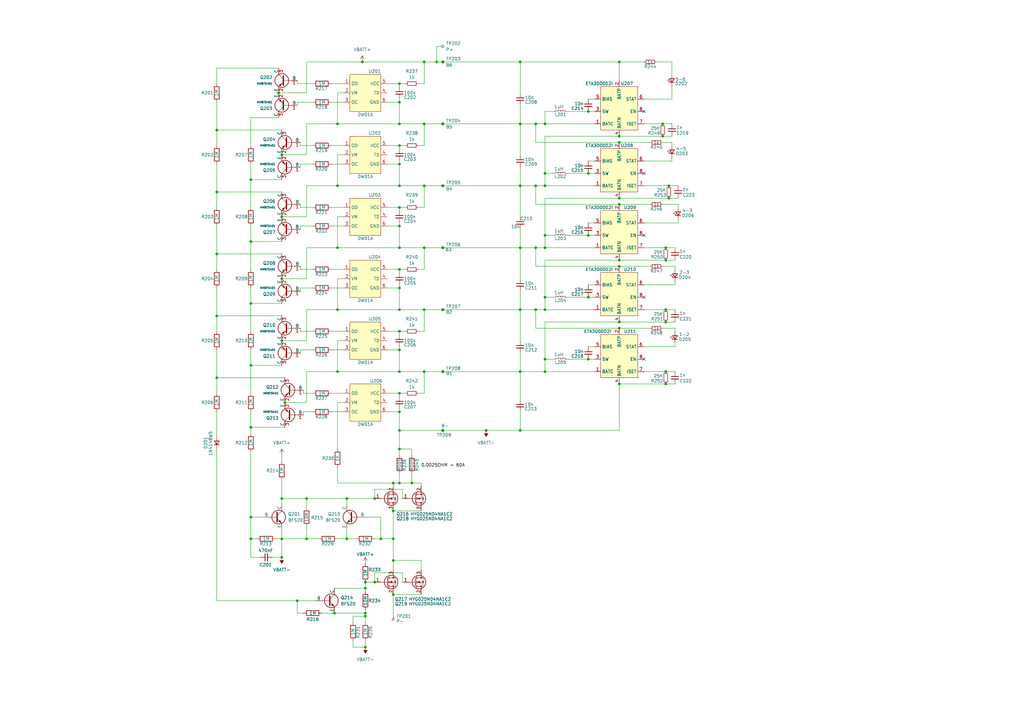
<source format=kicad_sch>
(kicad_sch (version 20250114) (generator "eeschema") (generator_version "9.0")
  (paper "A3")
  (title_block (title "BMS") (date "2025-09-23") (rev "3.0"))
  (junction (at 116.84 165.1))
  (junction (at 125.73 220.98))
  (junction (at 153.67 204.47))
  (junction (at 149.86 265.43))
  (junction (at 254 157.48))
  (junction (at 173.99 152.4))
  (junction (at 88.9 104.14))
  (junction (at 241.3 71.12))
  (junction (at 163.83 76.2))
  (junction (at 121.92 246.38))
  (junction (at 254 132.08))
  (junction (at 163.83 41.91))
  (junction (at 163.83 135.89))
  (junction (at 273.05 157.48))
  (junction (at 142.24 204.47))
  (junction (at 223.52 121.92))
  (junction (at 163.83 161.29))
  (junction (at 115.57 228.6))
  (junction (at 271.78 50.8))
  (junction (at 241.3 147.32))
  (junction (at 125.73 204.47))
  (junction (at 142.24 220.98))
  (junction (at 114.3 38.1))
  (junction (at 181.61 25.4))
  (junction (at 181.61 101.6))
  (junction (at 102.87 175.26))
  (junction (at 149.86 241.3))
  (junction (at 223.52 127))
  (junction (at 273.05 101.6))
  (junction (at 156.21 220.98))
  (junction (at 115.57 139.7))
  (junction (at 213.36 101.6))
  (junction (at 168.91 198.12))
  (junction (at 102.87 220.98))
  (junction (at 102.87 73.66))
  (junction (at 254 106.68))
  (junction (at 153.67 238.76))
  (junction (at 181.61 176.53))
  (junction (at 163.83 92.71))
  (junction (at 219.71 127))
  (junction (at 223.52 96.52))
  (junction (at 254 25.4))
  (junction (at 149.86 252.73))
  (junction (at 115.57 204.47))
  (junction (at 241.3 121.92))
  (junction (at 102.87 124.46))
  (junction (at 273.05 127))
  (junction (at 163.83 118.11))
  (junction (at 163.83 198.12))
  (junction (at 148.59 25.4))
  (junction (at 102.87 212.09))
  (junction (at 163.83 110.49))
  (junction (at 115.57 220.98))
  (junction (at 161.29 198.12))
  (junction (at 161.29 220.98))
  (junction (at 163.83 101.6))
  (junction (at 115.57 114.3))
  (junction (at 213.36 176.53))
  (junction (at 163.83 152.4))
  (junction (at 173.99 76.2))
  (junction (at 223.52 147.32))
  (junction (at 163.83 143.51))
  (junction (at 223.52 71.12))
  (junction (at 179.07 25.4))
  (junction (at 181.61 50.8))
  (junction (at 102.87 149.86))
  (junction (at 163.83 176.53))
  (junction (at 181.61 152.4))
  (junction (at 213.36 127))
  (junction (at 241.3 96.52))
  (junction (at 138.43 152.4))
  (junction (at 173.99 50.8))
  (junction (at 273.05 106.68))
  (junction (at 161.29 243.84))
  (junction (at 213.36 50.8))
  (junction (at 138.43 127))
  (junction (at 254 81.28))
  (junction (at 273.05 152.4))
  (junction (at 274.32 76.2))
  (junction (at 254 58.42))
  (junction (at 149.86 251.46))
  (junction (at 138.43 50.8))
  (junction (at 88.9 154.94))
  (junction (at 181.61 76.2))
  (junction (at 223.52 50.8))
  (junction (at 173.99 101.6))
  (junction (at 254 134.62))
  (junction (at 88.9 53.34))
  (junction (at 273.05 132.08))
  (junction (at 161.29 229.87))
  (junction (at 181.61 127))
  (junction (at 254 109.22))
  (junction (at 173.99 25.4))
  (junction (at 213.36 152.4))
  (junction (at 163.83 168.91))
  (junction (at 115.57 88.9))
  (junction (at 254 83.82))
  (junction (at 271.78 55.88))
  (junction (at 163.83 59.69))
  (junction (at 138.43 101.6))
  (junction (at 149.86 238.76))
  (junction (at 213.36 25.4))
  (junction (at 254 55.88))
  (junction (at 163.83 50.8))
  (junction (at 102.87 99.06))
  (junction (at 213.36 76.2))
  (junction (at 161.29 209.55))
  (junction (at 163.83 34.29))
  (junction (at 88.9 78.74))
  (junction (at 219.71 50.8))
  (junction (at 223.52 101.6))
  (junction (at 274.32 81.28))
  (junction (at 219.71 101.6))
  (junction (at 163.83 67.31))
  (junction (at 163.83 184.15))
  (junction (at 88.9 129.54))
  (junction (at 163.83 127))
  (junction (at 223.52 76.2))
  (junction (at 219.71 76.2))
  (junction (at 173.99 127))
  (junction (at 241.3 45.72))
  (junction (at 138.43 76.2))
  (junction (at 163.83 85.09))
  (junction (at 115.57 63.5))
  (junction (at 199.39 176.53))
  (junction (at 223.52 152.4))
  (junction (at 137.16 251.46))
  (no_connect (at 264.16 121.92))
  (no_connect (at 264.16 71.12))
  (no_connect (at 264.16 96.52))
  (no_connect (at 264.16 45.72))
  (no_connect (at 264.16 147.32))
  (wire (pts (xy 163.83 142.24) (xy 163.83 143.51)))
  (wire (pts (xy 271.78 50.8) (xy 275.59 50.8)))
  (wire (pts (xy 102.87 212.09) (xy 102.87 220.98)))
  (wire (pts (xy 138.43 114.3) (xy 140.97 114.3)))
  (wire (pts (xy 123.19 110.49) (xy 123.19 109.22)))
  (wire (pts (xy 121.92 34.29) (xy 121.92 33.02)))
  (wire (pts (xy 153.67 234.95) (xy 153.67 238.76)))
  (wire (pts (xy 213.36 101.6) (xy 213.36 114.3)))
  (wire (pts (xy 144.78 262.89) (xy 144.78 265.43)))
  (wire (pts (xy 135.89 34.29) (xy 140.97 34.29)))
  (wire (pts (xy 138.43 50.8) (xy 163.83 50.8)))
  (wire (pts (xy 149.86 238.76) (xy 149.86 241.3)))
  (wire (pts (xy 173.99 152.4) (xy 181.61 152.4)))
  (wire (pts (xy 264.16 101.6) (xy 273.05 101.6)))
  (wire (pts (xy 223.52 127) (xy 223.52 121.92)))
  (wire (pts (xy 88.9 143.51) (xy 88.9 154.94)))
  (wire (pts (xy 213.36 144.78) (xy 213.36 152.4)))
  (wire (pts (xy 123.19 92.71) (xy 123.19 93.98)))
  (wire (pts (xy 243.84 45.72) (xy 241.3 45.72)))
  (wire (pts (xy 254 109.22) (xy 219.71 109.22)))
  (wire (pts (xy 254 58.42) (xy 266.7 58.42)))
  (wire (pts (xy 138.43 220.98) (xy 142.24 220.98)))
  (wire (pts (xy 149.86 251.46) (xy 149.86 250.19)))
  (wire (pts (xy 223.52 132.08) (xy 223.52 147.32)))
  (wire (pts (xy 88.9 34.29) (xy 88.9 27.94)))
  (wire (pts (xy 254 83.82) (xy 219.71 83.82)))
  (wire (pts (xy 223.52 152.4) (xy 223.52 147.32)))
  (wire (pts (xy 168.91 198.12) (xy 172.72 198.12)))
  (wire (pts (xy 171.45 34.29) (xy 173.99 34.29)))
  (wire (pts (xy 142.24 217.17) (xy 142.24 220.98)))
  (wire (pts (xy 102.87 149.86) (xy 102.87 161.29)))
  (wire (pts (xy 138.43 191.77) (xy 138.43 198.12)))
  (wire (pts (xy 158.75 135.89) (xy 163.83 135.89)))
  (wire (pts (xy 213.36 93.98) (xy 213.36 101.6)))
  (wire (pts (xy 153.67 200.66) (xy 153.67 204.47)))
  (wire (pts (xy 88.9 41.91) (xy 88.9 53.34)))
  (wire (pts (xy 223.52 152.4) (xy 243.84 152.4)))
  (wire (pts (xy 213.36 119.38) (xy 213.36 127)))
  (wire (pts (xy 254 109.22) (xy 266.7 109.22)))
  (wire (pts (xy 138.43 76.2) (xy 163.83 76.2)))
  (wire (pts (xy 223.52 76.2) (xy 223.52 71.12)))
  (wire (pts (xy 213.36 168.91) (xy 213.36 176.53)))
  (wire (pts (xy 149.86 265.43) (xy 144.78 265.43)))
  (wire (pts (xy 158.75 59.69) (xy 163.83 59.69)))
  (wire (pts (xy 213.36 152.4) (xy 223.52 152.4)))
  (wire (pts (xy 138.43 139.7) (xy 138.43 152.4)))
  (wire (pts (xy 163.83 34.29) (xy 166.37 34.29)))
  (wire (pts (xy 88.9 184.15) (xy 88.9 246.38)))
  (wire (pts (xy 138.43 63.5) (xy 138.43 76.2)))
  (wire (pts (xy 219.71 109.22) (xy 219.71 101.6)))
  (wire (pts (xy 144.78 255.27) (xy 144.78 252.73)))
  (wire (pts (xy 138.43 198.12) (xy 161.29 198.12)))
  (wire (pts (xy 123.19 92.71) (xy 128.27 92.71)))
  (wire (pts (xy 271.78 55.88) (xy 254 55.88)))
  (wire (pts (xy 163.83 137.16) (xy 163.83 135.89)))
  (wire (pts (xy 123.19 67.31) (xy 123.19 68.58)))
  (wire (pts (xy 125.73 25.4) (xy 148.59 25.4)))
  (wire (pts (xy 88.9 53.34) (xy 115.57 53.34)))
  (wire (pts (xy 135.89 135.89) (xy 140.97 135.89)))
  (wire (pts (xy 254 83.82) (xy 266.7 83.82)))
  (wire (pts (xy 163.83 198.12) (xy 163.83 194.31)))
  (wire (pts (xy 158.75 67.31) (xy 163.83 67.31)))
  (wire (pts (xy 273.05 132.08) (xy 276.86 132.08)))
  (wire (pts (xy 173.99 152.4) (xy 173.99 161.29)))
  (wire (pts (xy 88.9 161.29) (xy 88.9 154.94)))
  (wire (pts (xy 115.57 204.47) (xy 125.73 204.47)))
  (wire (pts (xy 243.84 91.44) (xy 241.3 91.44)))
  (wire (pts (xy 125.73 76.2) (xy 138.43 76.2)))
  (wire (pts (xy 142.24 204.47) (xy 153.67 204.47)))
  (wire (pts (xy 125.73 114.3) (xy 125.73 101.6)))
  (wire (pts (xy 165.1 204.47) (xy 165.1 200.66)))
  (wire (pts (xy 274.32 81.28) (xy 278.13 81.28)))
  (wire (pts (xy 102.87 92.71) (xy 102.87 99.06)))
  (wire (pts (xy 223.52 127) (xy 243.84 127)))
  (wire (pts (xy 275.59 25.4) (xy 275.59 30.48)))
  (wire (pts (xy 219.71 134.62) (xy 219.71 127)))
  (wire (pts (xy 227.33 71.12) (xy 223.52 71.12)))
  (wire (pts (xy 102.87 175.26) (xy 102.87 177.8)))
  (wire (pts (xy 158.75 168.91) (xy 163.83 168.91)))
  (wire (pts (xy 121.92 41.91) (xy 121.92 43.18)))
  (wire (pts (xy 116.84 165.1) (xy 125.73 165.1)))
  (wire (pts (xy 125.73 204.47) (xy 142.24 204.47)))
  (wire (pts (xy 173.99 85.09) (xy 173.99 76.2)))
  (wire (pts (xy 213.36 50.8) (xy 181.61 50.8)))
  (wire (pts (xy 125.73 165.1) (xy 125.73 152.4)))
  (wire (pts (xy 158.75 34.29) (xy 163.83 34.29)))
  (wire (pts (xy 173.99 50.8) (xy 173.99 59.69)))
  (wire (pts (xy 213.36 50.8) (xy 213.36 63.5)))
  (wire (pts (xy 275.59 40.64) (xy 264.16 40.64)))
  (wire (pts (xy 158.75 118.11) (xy 163.83 118.11)))
  (wire (pts (xy 135.89 118.11) (xy 140.97 118.11)))
  (wire (pts (xy 102.87 118.11) (xy 102.87 124.46)))
  (wire (pts (xy 102.87 73.66) (xy 102.87 85.09)))
  (wire (pts (xy 271.78 134.62) (xy 276.86 134.62)))
  (wire (pts (xy 135.89 92.71) (xy 140.97 92.71)))
  (wire (pts (xy 124.46 161.29) (xy 128.27 161.29)))
  (wire (pts (xy 102.87 220.98) (xy 105.41 220.98)))
  (wire (pts (xy 135.89 110.49) (xy 140.97 110.49)))
  (wire (pts (xy 181.61 152.4) (xy 213.36 152.4)))
  (wire (pts (xy 161.29 220.98) (xy 161.29 229.87)))
  (wire (pts (xy 102.87 175.26) (xy 116.84 175.26)))
  (wire (pts (xy 163.83 35.56) (xy 163.83 34.29)))
  (wire (pts (xy 88.9 154.94) (xy 116.84 154.94)))
  (wire (pts (xy 125.73 220.98) (xy 130.81 220.98)))
  (wire (pts (xy 88.9 110.49) (xy 88.9 104.14)))
  (wire (pts (xy 181.61 25.4) (xy 213.36 25.4)))
  (wire (pts (xy 149.86 252.73) (xy 149.86 255.27)))
  (wire (pts (xy 161.29 243.84) (xy 161.29 254)))
  (wire (pts (xy 163.83 116.84) (xy 163.83 118.11)))
  (wire (pts (xy 161.29 209.55) (xy 172.72 209.55)))
  (wire (pts (xy 213.36 127) (xy 219.71 127)))
  (wire (pts (xy 102.87 228.6) (xy 106.68 228.6)))
  (wire (pts (xy 179.07 19.05) (xy 181.61 19.05)))
  (wire (pts (xy 123.19 143.51) (xy 128.27 143.51)))
  (wire (pts (xy 161.29 229.87) (xy 161.29 233.68)))
  (wire (pts (xy 124.46 168.91) (xy 124.46 170.18)))
  (wire (pts (xy 276.86 115.57) (xy 276.86 116.84)))
  (wire (pts (xy 219.71 50.8) (xy 213.36 50.8)))
  (wire (pts (xy 132.08 251.46) (xy 137.16 251.46)))
  (wire (pts (xy 254 132.08) (xy 273.05 132.08)))
  (wire (pts (xy 148.59 25.4) (xy 173.99 25.4)))
  (wire (pts (xy 163.83 110.49) (xy 166.37 110.49)))
  (wire (pts (xy 232.41 71.12) (xy 241.3 71.12)))
  (wire (pts (xy 213.36 176.53) (xy 254 176.53)))
  (wire (pts (xy 125.73 139.7) (xy 125.73 127)))
  (wire (pts (xy 142.24 204.47) (xy 142.24 207.01)))
  (wire (pts (xy 140.97 88.9) (xy 138.43 88.9)))
  (wire (pts (xy 254 134.62) (xy 266.7 134.62)))
  (wire (pts (xy 219.71 83.82) (xy 219.71 76.2)))
  (wire (pts (xy 102.87 185.42) (xy 102.87 212.09)))
  (wire (pts (xy 115.57 217.17) (xy 115.57 220.98)))
  (wire (pts (xy 137.16 241.3) (xy 149.86 241.3)))
  (wire (pts (xy 144.78 252.73) (xy 149.86 252.73)))
  (wire (pts (xy 276.86 109.22) (xy 271.78 109.22)))
  (wire (pts (xy 163.83 162.56) (xy 163.83 161.29)))
  (wire (pts (xy 163.83 152.4) (xy 173.99 152.4)))
  (wire (pts (xy 172.72 229.87) (xy 161.29 229.87)))
  (wire (pts (xy 114.3 38.1) (xy 113.03 38.1)))
  (wire (pts (xy 278.13 83.82) (xy 271.78 83.82)))
  (wire (pts (xy 274.32 76.2) (xy 278.13 76.2)))
  (wire (pts (xy 223.52 101.6) (xy 223.52 96.52)))
  (wire (pts (xy 115.57 196.85) (xy 115.57 204.47)))
  (wire (pts (xy 88.9 129.54) (xy 115.57 129.54)))
  (wire (pts (xy 158.75 161.29) (xy 163.83 161.29)))
  (wire (pts (xy 223.52 50.8) (xy 223.52 45.72)))
  (wire (pts (xy 135.89 41.91) (xy 140.97 41.91)))
  (wire (pts (xy 124.46 161.29) (xy 124.46 160.02)))
  (wire (pts (xy 232.41 121.92) (xy 241.3 121.92)))
  (wire (pts (xy 275.59 58.42) (xy 271.78 58.42)))
  (wire (pts (xy 163.83 135.89) (xy 166.37 135.89)))
  (wire (pts (xy 125.73 25.4) (xy 125.73 38.1)))
  (wire (pts (xy 140.97 38.1) (xy 138.43 38.1)))
  (wire (pts (xy 138.43 152.4) (xy 163.83 152.4)))
  (wire (pts (xy 273.05 152.4) (xy 276.86 152.4)))
  (wire (pts (xy 163.83 50.8) (xy 173.99 50.8)))
  (wire (pts (xy 165.1 200.66) (xy 153.67 200.66)))
  (wire (pts (xy 88.9 246.38) (xy 121.92 246.38)))
  (wire (pts (xy 181.61 127) (xy 213.36 127)))
  (wire (pts (xy 276.86 134.62) (xy 276.86 135.89)))
  (wire (pts (xy 125.73 101.6) (xy 138.43 101.6)))
  (wire (pts (xy 163.83 198.12) (xy 168.91 198.12)))
  (wire (pts (xy 171.45 85.09) (xy 173.99 85.09)))
  (wire (pts (xy 278.13 91.44) (xy 264.16 91.44)))
  (wire (pts (xy 163.83 167.64) (xy 163.83 168.91)))
  (wire (pts (xy 278.13 83.82) (xy 278.13 85.09)))
  (wire (pts (xy 138.43 114.3) (xy 138.43 127)))
  (wire (pts (xy 102.87 168.91) (xy 102.87 175.26)))
  (wire (pts (xy 171.45 161.29) (xy 173.99 161.29)))
  (wire (pts (xy 172.72 198.12) (xy 172.72 199.39)))
  (wire (pts (xy 125.73 208.28) (xy 125.73 204.47)))
  (wire (pts (xy 115.57 114.3) (xy 125.73 114.3)))
  (wire (pts (xy 276.86 142.24) (xy 264.16 142.24)))
  (wire (pts (xy 213.36 176.53) (xy 199.39 176.53)))
  (wire (pts (xy 111.76 228.6) (xy 115.57 228.6)))
  (wire (pts (xy 173.99 34.29) (xy 173.99 25.4)))
  (wire (pts (xy 232.41 147.32) (xy 241.3 147.32)))
  (wire (pts (xy 213.36 25.4) (xy 254 25.4)))
  (wire (pts (xy 102.87 73.66) (xy 115.57 73.66)))
  (wire (pts (xy 163.83 184.15) (xy 163.83 186.69)))
  (wire (pts (xy 264.16 76.2) (xy 274.32 76.2)))
  (wire (pts (xy 163.83 176.53) (xy 163.83 184.15)))
  (wire (pts (xy 102.87 48.26) (xy 114.3 48.26)))
  (wire (pts (xy 269.24 25.4) (xy 275.59 25.4)))
  (wire (pts (xy 223.52 55.88) (xy 223.52 71.12)))
  (wire (pts (xy 173.99 25.4) (xy 179.07 25.4)))
  (wire (pts (xy 213.36 76.2) (xy 219.71 76.2)))
  (wire (pts (xy 123.19 135.89) (xy 128.27 135.89)))
  (wire (pts (xy 243.84 66.04) (xy 241.3 66.04)))
  (wire (pts (xy 275.59 64.77) (xy 275.59 66.04)))
  (wire (pts (xy 135.89 59.69) (xy 140.97 59.69)))
  (wire (pts (xy 264.16 50.8) (xy 271.78 50.8)))
  (wire (pts (xy 138.43 127) (xy 163.83 127)))
  (wire (pts (xy 149.86 241.3) (xy 149.86 242.57)))
  (wire (pts (xy 135.89 161.29) (xy 140.97 161.29)))
  (wire (pts (xy 102.87 220.98) (xy 102.87 228.6)))
  (wire (pts (xy 213.36 101.6) (xy 219.71 101.6)))
  (wire (pts (xy 123.19 85.09) (xy 128.27 85.09)))
  (wire (pts (xy 219.71 76.2) (xy 223.52 76.2)))
  (wire (pts (xy 123.19 110.49) (xy 128.27 110.49)))
  (wire (pts (xy 173.99 127) (xy 181.61 127)))
  (wire (pts (xy 163.83 111.76) (xy 163.83 110.49)))
  (wire (pts (xy 115.57 88.9) (xy 125.73 88.9)))
  (wire (pts (xy 163.83 76.2) (xy 173.99 76.2)))
  (wire (pts (xy 125.73 127) (xy 138.43 127)))
  (wire (pts (xy 121.92 41.91) (xy 128.27 41.91)))
  (wire (pts (xy 219.71 58.42) (xy 219.71 50.8)))
  (wire (pts (xy 213.36 43.18) (xy 213.36 50.8)))
  (wire (pts (xy 161.29 209.55) (xy 161.29 220.98)))
  (wire (pts (xy 168.91 194.31) (xy 168.91 198.12)))
  (wire (pts (xy 227.33 96.52) (xy 223.52 96.52)))
  (wire (pts (xy 278.13 90.17) (xy 278.13 91.44)))
  (wire (pts (xy 168.91 184.15) (xy 168.91 186.69)))
  (wire (pts (xy 213.36 127) (xy 213.36 139.7)))
  (wire (pts (xy 227.33 121.92) (xy 223.52 121.92)))
  (wire (pts (xy 88.9 104.14) (xy 115.57 104.14)))
  (wire (pts (xy 163.83 66.04) (xy 163.83 67.31)))
  (wire (pts (xy 271.78 55.88) (xy 275.59 55.88)))
  (wire (pts (xy 254 25.4) (xy 264.16 25.4)))
  (wire (pts (xy 173.99 50.8) (xy 181.61 50.8)))
  (wire (pts (xy 138.43 101.6) (xy 163.83 101.6)))
  (wire (pts (xy 115.57 220.98) (xy 125.73 220.98)))
  (wire (pts (xy 241.3 45.72) (xy 232.41 45.72)))
  (wire (pts (xy 171.45 59.69) (xy 173.99 59.69)))
  (wire (pts (xy 223.52 101.6) (xy 243.84 101.6)))
  (wire (pts (xy 163.83 101.6) (xy 173.99 101.6)))
  (wire (pts (xy 254 81.28) (xy 223.52 81.28)))
  (wire (pts (xy 163.83 59.69) (xy 166.37 59.69)))
  (wire (pts (xy 163.83 176.53) (xy 181.61 176.53)))
  (wire (pts (xy 273.05 101.6) (xy 276.86 101.6)))
  (wire (pts (xy 115.57 228.6) (xy 115.57 220.98)))
  (wire (pts (xy 149.86 238.76) (xy 153.67 238.76)))
  (wire (pts (xy 241.3 71.12) (xy 243.84 71.12)))
  (wire (pts (xy 158.75 92.71) (xy 163.83 92.71)))
  (wire (pts (xy 156.21 220.98) (xy 161.29 220.98)))
  (wire (pts (xy 227.33 45.72) (xy 223.52 45.72)))
  (wire (pts (xy 275.59 58.42) (xy 275.59 59.69)))
  (wire (pts (xy 125.73 50.8) (xy 125.73 63.5)))
  (wire (pts (xy 123.19 67.31) (xy 128.27 67.31)))
  (wire (pts (xy 121.92 251.46) (xy 124.46 251.46)))
  (wire (pts (xy 241.3 121.92) (xy 243.84 121.92)))
  (wire (pts (xy 213.36 68.58) (xy 213.36 76.2)))
  (wire (pts (xy 264.16 152.4) (xy 273.05 152.4)))
  (wire (pts (xy 158.75 85.09) (xy 163.83 85.09)))
  (wire (pts (xy 88.9 135.89) (xy 88.9 129.54)))
  (wire (pts (xy 171.45 110.49) (xy 173.99 110.49)))
  (wire (pts (xy 138.43 88.9) (xy 138.43 101.6)))
  (wire (pts (xy 123.19 118.11) (xy 128.27 118.11)))
  (wire (pts (xy 254 134.62) (xy 219.71 134.62)))
  (wire (pts (xy 138.43 50.8) (xy 125.73 50.8)))
  (wire (pts (xy 149.86 212.09) (xy 156.21 212.09)))
  (wire (pts (xy 158.75 143.51) (xy 163.83 143.51)))
  (wire (pts (xy 223.52 76.2) (xy 243.84 76.2)))
  (wire (pts (xy 273.05 157.48) (xy 276.86 157.48)))
  (wire (pts (xy 173.99 76.2) (xy 181.61 76.2)))
  (wire (pts (xy 173.99 101.6) (xy 181.61 101.6)))
  (wire (pts (xy 125.73 152.4) (xy 138.43 152.4)))
  (wire (pts (xy 163.83 91.44) (xy 163.83 92.71)))
  (wire (pts (xy 163.83 40.64) (xy 163.83 41.91)))
  (wire (pts (xy 275.59 35.56) (xy 275.59 40.64)))
  (wire (pts (xy 163.83 41.91) (xy 163.83 50.8)))
  (wire (pts (xy 181.61 76.2) (xy 213.36 76.2)))
  (wire (pts (xy 163.83 85.09) (xy 166.37 85.09)))
  (wire (pts (xy 149.86 251.46) (xy 149.86 252.73)))
  (wire (pts (xy 276.86 116.84) (xy 264.16 116.84)))
  (wire (pts (xy 223.52 81.28) (xy 223.52 96.52)))
  (wire (pts (xy 171.45 135.89) (xy 173.99 135.89)))
  (wire (pts (xy 243.84 142.24) (xy 241.3 142.24)))
  (wire (pts (xy 138.43 38.1) (xy 138.43 50.8)))
  (wire (pts (xy 123.19 59.69) (xy 123.19 58.42)))
  (wire (pts (xy 140.97 165.1) (xy 138.43 165.1)))
  (wire (pts (xy 123.19 143.51) (xy 123.19 144.78)))
  (wire (pts (xy 276.86 109.22) (xy 276.86 110.49)))
  (wire (pts (xy 135.89 85.09) (xy 140.97 85.09)))
  (wire (pts (xy 88.9 85.09) (xy 88.9 78.74)))
  (wire (pts (xy 163.83 168.91) (xy 163.83 176.53)))
  (wire (pts (xy 243.84 116.84) (xy 241.3 116.84)))
  (wire (pts (xy 163.83 60.96) (xy 163.83 59.69)))
  (wire (pts (xy 88.9 118.11) (xy 88.9 129.54)))
  (wire (pts (xy 88.9 78.74) (xy 115.57 78.74)))
  (wire (pts (xy 156.21 212.09) (xy 156.21 220.98)))
  (wire (pts (xy 275.59 66.04) (xy 264.16 66.04)))
  (wire (pts (xy 125.73 220.98) (xy 125.73 215.9)))
  (wire (pts (xy 115.57 139.7) (xy 125.73 139.7)))
  (wire (pts (xy 102.87 99.06) (xy 102.87 110.49)))
  (wire (pts (xy 121.92 34.29) (xy 128.27 34.29)))
  (wire (pts (xy 254 106.68) (xy 223.52 106.68)))
  (wire (pts (xy 88.9 27.94) (xy 114.3 27.94)))
  (wire (pts (xy 156.21 220.98) (xy 153.67 220.98)))
  (wire (pts (xy 223.52 106.68) (xy 223.52 121.92)))
  (wire (pts (xy 115.57 99.06) (xy 102.87 99.06)))
  (wire (pts (xy 135.89 143.51) (xy 140.97 143.51)))
  (wire (pts (xy 163.83 184.15) (xy 168.91 184.15)))
  (wire (pts (xy 102.87 143.51) (xy 102.87 149.86)))
  (wire (pts (xy 158.75 110.49) (xy 163.83 110.49)))
  (wire (pts (xy 213.36 152.4) (xy 213.36 163.83)))
  (wire (pts (xy 163.83 143.51) (xy 163.83 152.4)))
  (wire (pts (xy 199.39 176.53) (xy 181.61 176.53)))
  (wire (pts (xy 142.24 220.98) (xy 146.05 220.98)))
  (wire (pts (xy 165.1 238.76) (xy 165.1 234.95)))
  (wire (pts (xy 135.89 168.91) (xy 140.97 168.91)))
  (wire (pts (xy 135.89 67.31) (xy 140.97 67.31)))
  (wire (pts (xy 254 157.48) (xy 273.05 157.48)))
  (wire (pts (xy 163.83 86.36) (xy 163.83 85.09)))
  (wire (pts (xy 213.36 76.2) (xy 213.36 88.9)))
  (wire (pts (xy 173.99 101.6) (xy 173.99 110.49)))
  (wire (pts (xy 227.33 147.32) (xy 223.52 147.32)))
  (wire (pts (xy 223.52 50.8) (xy 219.71 50.8)))
  (wire (pts (xy 138.43 165.1) (xy 138.43 184.15)))
  (wire (pts (xy 219.71 101.6) (xy 223.52 101.6)))
  (wire (pts (xy 179.07 25.4) (xy 181.61 25.4)))
  (wire (pts (xy 254 33.02) (xy 254 25.4)))
  (wire (pts (xy 149.86 262.89) (xy 149.86 265.43)))
  (wire (pts (xy 254 106.68) (xy 273.05 106.68)))
  (wire (pts (xy 158.75 41.91) (xy 163.83 41.91)))
  (wire (pts (xy 213.36 25.4) (xy 213.36 38.1)))
  (wire (pts (xy 161.29 198.12) (xy 163.83 198.12)))
  (wire (pts (xy 254 157.48) (xy 254 176.53)))
  (wire (pts (xy 273.05 127) (xy 276.86 127)))
  (wire (pts (xy 181.61 101.6) (xy 213.36 101.6)))
  (wire (pts (xy 123.19 85.09) (xy 123.19 83.82)))
  (wire (pts (xy 172.72 233.68) (xy 172.72 229.87)))
  (wire (pts (xy 102.87 212.09) (xy 107.95 212.09)))
  (wire (pts (xy 102.87 67.31) (xy 102.87 73.66)))
  (wire (pts (xy 273.05 106.68) (xy 276.86 106.68)))
  (wire (pts (xy 114.3 38.1) (xy 125.73 38.1)))
  (wire (pts (xy 115.57 207.01) (xy 115.57 204.47)))
  (wire (pts (xy 179.07 19.05) (xy 179.07 25.4)))
  (wire (pts (xy 163.83 161.29) (xy 166.37 161.29)))
  (wire (pts (xy 115.57 63.5) (xy 125.73 63.5)))
  (wire (pts (xy 165.1 234.95) (xy 153.67 234.95)))
  (wire (pts (xy 88.9 92.71) (xy 88.9 104.14)))
  (wire (pts (xy 102.87 48.26) (xy 102.87 59.69)))
  (wire (pts (xy 173.99 127) (xy 173.99 135.89)))
  (wire (pts (xy 125.73 76.2) (xy 125.73 88.9)))
  (wire (pts (xy 219.71 127) (xy 223.52 127)))
  (wire (pts (xy 161.29 198.12) (xy 161.29 199.39)))
  (wire (pts (xy 115.57 186.69) (xy 115.57 189.23)))
  (wire (pts (xy 123.19 118.11) (xy 123.19 119.38)))
  (wire (pts (xy 276.86 140.97) (xy 276.86 142.24)))
  (wire (pts (xy 123.19 59.69) (xy 128.27 59.69)))
  (wire (pts (xy 88.9 59.69) (xy 88.9 53.34)))
  (wire (pts (xy 163.83 67.31) (xy 163.83 76.2)))
  (wire (pts (xy 138.43 63.5) (xy 140.97 63.5)))
  (wire (pts (xy 254 58.42) (xy 219.71 58.42)))
  (wire (pts (xy 243.84 50.8) (xy 223.52 50.8)))
  (wire (pts (xy 163.83 127) (xy 173.99 127)))
  (wire (pts (xy 241.3 147.32) (xy 243.84 147.32)))
  (wire (pts (xy 163.83 118.11) (xy 163.83 127)))
  (wire (pts (xy 124.46 168.91) (xy 128.27 168.91)))
  (wire (pts (xy 161.29 243.84) (xy 172.72 243.84)))
  (wire (pts (xy 254 81.28) (xy 274.32 81.28)))
  (wire (pts (xy 241.3 96.52) (xy 243.84 96.52)))
  (wire (pts (xy 123.19 135.89) (xy 123.19 134.62)))
  (wire (pts (xy 88.9 168.91) (xy 88.9 179.07)))
  (wire (pts (xy 254 55.88) (xy 223.52 55.88)))
  (wire (pts (xy 115.57 220.98) (xy 113.03 220.98)))
  (wire (pts (xy 264.16 127) (xy 273.05 127)))
  (wire (pts (xy 232.41 96.52) (xy 241.3 96.52)))
  (wire (pts (xy 243.84 40.64) (xy 241.3 40.64)))
  (wire (pts (xy 88.9 67.31) (xy 88.9 78.74)))
  (wire (pts (xy 102.87 124.46) (xy 102.87 135.89)))
  (wire (pts (xy 254 132.08) (xy 223.52 132.08)))
  (wire (pts (xy 121.92 246.38) (xy 121.92 251.46)))
  (wire (pts (xy 121.92 246.38) (xy 129.54 246.38)))
  (wire (pts (xy 102.87 149.86) (xy 115.57 149.86)))
  (wire (pts (xy 137.16 251.46) (xy 149.86 251.46)))
  (wire (pts (xy 138.43 139.7) (xy 140.97 139.7)))
  (wire (pts (xy 163.83 92.71) (xy 163.83 101.6)))
  (wire (pts (xy 102.87 124.46) (xy 115.57 124.46)))
  (label "0.0025OHM = 60A" (at 172.72 191.77 0))
  (symbol (lib_id "Transistor_FET:2N7002") (at 170.18 238.76 0) (unit 1)
    (property "Reference" "Q219" (at 161.925 247.65 0) (effects (justify left)))
    (property "Value" "HYG025N04NA1C2" (at 167.64 247.65 0) (effects (justify left)))
    (property "Footprint" "Package_DFN_QFN:PQFN-8-EP_6x5mm_P1.27mm_Generic" (effects (hide yes)))
    (property "Datasheet" "chrome-extension://efaidnbmnnnibpcajpcglclefindmkaj/https://jlcpcb.com/api/file/downloadByFileSystemAccessId/8588946675104681984" (effects (hide yes)))
    (property "Description" "5.7A Id, 30V Vds, N-Channel MOSFET, SOT-23" (effects (hide yes)))
    (property "LCSC" "C2917677" (effects (hide yes)))
  )
  (symbol (lib_id "Device:R") (at 115.57 193.04 180) (unit 1)
    (property "Reference" "R214" (at 114.3 193.04 0) (effects (justify left)))
    (property "Value" "1M" (at 115.57 193.04 90))
    (property "Footprint" "A_Device:R_0603" (effects (hide yes)))
    (property "LCSC" "C22935" (effects (hide yes)))
  )
  (symbol (lib_id "PCM_JLCPCB-Transistors:PNP,MMBT5401") (at 118.11 58.42 0) (mirror y) (unit 1)
    (property "Reference" "Q204" (at 113.03 57.1499 0) (effects (justify left)))
    (property "Value" "MMBT5401" (at 113.03 59.69 0) (effects (font (size 0.8 0.8)) (justify left)))
    (property "Footprint" "PCM_JLCPCB:Q_SOT-23" (effects (hide yes)))
    (property "Datasheet" "https://wmsc.lcsc.com/wmsc/upload/file/pdf/v2/lcsc/2312221203_hongjiacheng-MMBT5401_C7420356.pdf" (effects (hide yes)))
    (property "Description" "160V 300mW 100@10mA,5.0V 600mA PNP SOT-23 Bipolar (BJT) ROHS" (effects (hide yes)))
    (property "LCSC" "C7420356" (effects (hide yes)))
    (property "Stock" "579901" (effects (hide yes)))
    (property "Price" "0.016USD" (effects (hide yes)))
    (property "Process" "SMT" (effects (hide yes)))
    (property "Minimum Qty" "10" (effects (hide yes)))
    (property "Attrition Qty" "5" (effects (hide yes)))
    (property "Class" "Preferred Component" (effects (hide yes)))
    (property "Category" "Triode/MOS Tube/Transistor,Bipolar Transistors - BJT" (effects (hide yes)))
    (property "Manufacturer" "hongjiacheng" (effects (hide yes)))
    (property "Part" "MMBT5401" (effects (hide yes)))
    (property "Transition Frequency (fT)" "100MHz" (effects (hide yes)))
    (property "Operating Temperature" "-55°C~+150°C" (effects (hide yes)))
    (property "Collector Cut-Off Current (Icbo)" "100nA" (effects (hide yes)))
    (property "Transistor Type" "PNP" (effects (hide yes)))
    (property "DC Current Gain (hFE@Ic,Vce)" "100@10mA,5.0V" (effects (hide yes)))
    (property "Power Dissipation (Pd)" "300mW" (effects (hide yes)))
    (property "Collector Current (Ic)" "600mA" (effects (hide yes)))
    (property "Collector-Emitter Saturation Voltage (VCE(sat)@Ic,Ib)" "0.2V@10mA,1.0mA" (effects (hide yes)))
    (property "Collector-Emitter Breakdown Voltage (Vceo)" "160V" (effects (hide yes)))
  )
  (symbol (lib_id "Device:R") (at 88.9 63.5 180) (unit 1)
    (property "Reference" "R202" (at 87.63 63.5 0) (effects (justify left)))
    (property "Value" "1M" (at 88.9 63.5 90))
    (property "Footprint" "A_Device:R_0603" (effects (hide yes)))
    (property "LCSC" "C22935" (effects (hide yes)))
  )
  (symbol (lib_id "Device:R") (at 132.08 135.89 270) (unit 1)
    (property "Reference" "R225" (at 129.286 137.922 90) (effects (justify left)))
    (property "Value" "1M" (at 132.08 135.89 90))
    (property "Footprint" "A_Device:R_0603" (effects (hide yes)))
    (property "LCSC" "C22935" (effects (hide yes)))
  )
  (symbol (lib_id "Device:R") (at 149.86 220.98 270) (unit 1)
    (property "Reference" "R232" (at 147.066 223.012 90) (effects (justify left)))
    (property "Value" "1M" (at 149.86 220.98 90))
    (property "Footprint" "A_Device:R_0603" (effects (hide yes)))
    (property "LCSC" "C22935" (effects (hide yes)))
  )
  (symbol (lib_id "Simulation_SPICE:NPN") (at 113.03 212.09 0) (unit 1)
    (property "Reference" "Q201" (at 118.11 210.8199 0) (effects (justify left)))
    (property "Value" "BFS20" (at 118.11 213.3599 0) (effects (justify left)))
    (property "Datasheet" "https://ngspice.sourceforge.io/docs/ngspice-html-manual/manual.xhtml#cha_BJTs" (effects (hide yes)))
    (property "Description" "Bipolar transistor symbol for simulation only, substrate tied to the emitter" (effects (hide yes)))
    (property "Sim.Device" "NPN" (effects (hide yes)))
    (property "Sim.Type" "GUMMELPOON" (effects (hide yes)))
    (property "Sim.Pins" "1=C 2=B 3=E" (effects (hide yes)))
    (property "LCSC" "C73088" (effects (hide yes)))
  )
  (symbol (lib_id "NicE:ETA3000D2I") (at 254 121.92 0) (mirror y) (unit 1)
    (property "Reference" "U210" (at 260.985 110.49 0) (effects (justify left)))
    (property "Value" "ETA3000D2I" (at 251.46 110.49 0) (effects (justify left)))
    (property "Footprint" "Package_DFN_QFN:DFN-8-1EP_2x2mm_P0.5mm_EP0.6x1.2mm" (effects (hide yes)))
    (property "Datasheet" "https://jlcpcb.com/api/file/downloadByFileSystemAccessId/8590906238458667008" (effects (hide yes)))
    (property "LCSC" "C7465544" (effects (hide yes)))
  )
  (symbol (lib_id "Device:R") (at 88.9 165.1 180) (unit 1)
    (property "Reference" "R206" (at 87.63 165.1 0) (effects (justify left)))
    (property "Value" "1M" (at 88.9 165.1 90))
    (property "Footprint" "A_Device:R_0603" (effects (hide yes)))
    (property "LCSC" "C22935" (effects (hide yes)))
  )
  (symbol (lib_id "Device:C_Small") (at 241.3 144.78 0) (mirror y) (unit 1)
    (property "Reference" "C218" (at 239.395 146.05 0) (effects (justify left)))
    (property "Value" "10n" (at 239.395 144.145 0) (effects (justify left)))
    (property "Footprint" "A_Device:C_0603" (effects (hide yes)))
    (property "LCSC" "C1589" (effects (hide yes)))
  )
  (symbol (lib_id "Device:R") (at 88.9 88.9 180) (unit 1)
    (property "Reference" "R203" (at 87.63 88.9 0) (effects (justify left)))
    (property "Value" "1M" (at 88.9 88.9 90))
    (property "Footprint" "A_Device:R_0603" (effects (hide yes)))
    (property "LCSC" "C22935" (effects (hide yes)))
  )
  (symbol (lib_id "Device:R") (at 132.08 168.91 270) (unit 1)
    (property "Reference" "R228" (at 129.286 170.942 90) (effects (justify left)))
    (property "Value" "1M" (at 132.08 168.91 90))
    (property "Footprint" "A_Device:R_0603" (effects (hide yes)))
    (property "LCSC" "C22935" (effects (hide yes)))
  )
  (symbol (lib_id "Device:R_Small") (at 269.24 109.22 90) (unit 1)
    (property "Reference" "R247" (at 269.24 111.125 90))
    (property "Value" "1k" (at 269.24 109.22 90))
    (property "Footprint" "A_Device:R_0603" (effects (hide yes)))
    (property "LCSC" "C21190" (effects (hide yes)))
  )
  (symbol (lib_id "Device:LED_Small") (at 278.13 87.63 90) (unit 1)
    (property "Reference" "D206" (at 282.194 88.392 90))
    (property "Value" "4-3" (at 281.94 86.36 90))
    (property "Footprint" "A_Passive:LED_0805" (effects (hide yes)))
    (property "Datasheet" "https://datasheet.lcsc.com/szlcsc/Hubei-KENTO-Elec-KT-0603R_C2286.pdf" (effects (hide yes)))
    (property "LCSC" "C2297" (effects (hide yes)))
  )
  (symbol (lib_id "power:VSS") (at 115.57 228.6 180) (unit 1)
    (property "Reference" "#PWR0202" (effects (hide yes)))
    (property "Value" "VBATT-" (at 115.57 233.68 0))
    (property "Description" "Power symbol creates a global label with name \"VSS\"" (effects (hide yes)))
  )
  (symbol (lib_id "PCM_JLCPCB-Transistors:PNP,MMBT5401") (at 118.11 83.82 0) (mirror y) (unit 1)
    (property "Reference" "Q206" (at 113.03 82.5499 0) (effects (justify left)))
    (property "Value" "MMBT5401" (at 113.03 85.09 0) (effects (font (size 0.8 0.8)) (justify left)))
    (property "Footprint" "PCM_JLCPCB:Q_SOT-23" (effects (hide yes)))
    (property "Datasheet" "https://wmsc.lcsc.com/wmsc/upload/file/pdf/v2/lcsc/2312221203_hongjiacheng-MMBT5401_C7420356.pdf" (effects (hide yes)))
    (property "Description" "160V 300mW 100@10mA,5.0V 600mA PNP SOT-23 Bipolar (BJT) ROHS" (effects (hide yes)))
    (property "LCSC" "C7420356" (effects (hide yes)))
    (property "Stock" "579901" (effects (hide yes)))
    (property "Price" "0.016USD" (effects (hide yes)))
    (property "Process" "SMT" (effects (hide yes)))
    (property "Minimum Qty" "10" (effects (hide yes)))
    (property "Attrition Qty" "5" (effects (hide yes)))
    (property "Class" "Preferred Component" (effects (hide yes)))
    (property "Category" "Triode/MOS Tube/Transistor,Bipolar Transistors - BJT" (effects (hide yes)))
    (property "Manufacturer" "hongjiacheng" (effects (hide yes)))
    (property "Part" "MMBT5401" (effects (hide yes)))
    (property "Transition Frequency (fT)" "100MHz" (effects (hide yes)))
    (property "Operating Temperature" "-55°C~+150°C" (effects (hide yes)))
    (property "Collector Cut-Off Current (Icbo)" "100nA" (effects (hide yes)))
    (property "Transistor Type" "PNP" (effects (hide yes)))
    (property "DC Current Gain (hFE@Ic,Vce)" "100@10mA,5.0V" (effects (hide yes)))
    (property "Power Dissipation (Pd)" "300mW" (effects (hide yes)))
    (property "Collector Current (Ic)" "600mA" (effects (hide yes)))
    (property "Collector-Emitter Saturation Voltage (VCE(sat)@Ic,Ib)" "0.2V@10mA,1.0mA" (effects (hide yes)))
    (property "Collector-Emitter Breakdown Voltage (Vceo)" "160V" (effects (hide yes)))
  )
  (symbol (lib_id "Device:R") (at 132.08 85.09 270) (unit 1)
    (property "Reference" "R221" (at 129.286 87.122 90) (effects (justify left)))
    (property "Value" "1M" (at 132.08 85.09 90))
    (property "Footprint" "A_Device:R_0603" (effects (hide yes)))
    (property "LCSC" "C22935" (effects (hide yes)))
  )
  (symbol (lib_id "Device:C_Small") (at 213.36 166.37 0) (unit 1)
    (property "Reference" "C213" (at 215.138 167.64 0) (effects (justify left)))
    (property "Value" "10n" (at 215.138 165.862 0) (effects (justify left)))
    (property "Footprint" "A_Device:C_0603" (effects (hide yes)))
    (property "Description" "Unpolarized capacitor, small symbol" (effects (hide yes)))
    (property "LCSC" "C57112" (effects (hide yes)))
  )
  (symbol (lib_id "NicE:DW01A") (at 149.86 114.3 0) (unit 1)
    (property "Reference" "U204" (at 153.67 105.41 0))
    (property "Value" "DW01A" (at 149.86 123.19 0))
    (property "Footprint" "Package_TO_SOT_SMD:SOT-23-6" (effects (hide yes)))
    (property "Datasheet" "chrome-extension://efaidnbmnnnibpcajpcglclefindmkaj/https://jlcpcb.com/api/file/downloadByFileSystemAccessId/8588911190571827200" (effects (hide yes)))
    (property "LCSC" "C351410" (effects (hide yes)))
  )
  (symbol (lib_id "Device:R") (at 109.22 220.98 270) (unit 1)
    (property "Reference" "R213" (at 106.426 223.012 90) (effects (justify left)))
    (property "Value" "1M" (at 109.22 220.98 90))
    (property "Footprint" "A_Device:R_0603" (effects (hide yes)))
    (property "LCSC" "C22935" (effects (hide yes)))
  )
  (symbol (lib_id "Device:C_Small") (at 163.83 63.5 0) (unit 1)
    (property "Reference" "C203" (at 165.608 65.278 0) (effects (justify left)))
    (property "Value" "100n" (at 165.608 63.5 0) (effects (justify left)))
    (property "Footprint" "A_Device:C_0603" (effects (hide yes)))
    (property "LCSC" "C14663" (effects (hide yes)))
  )
  (symbol (lib_id "Device:R") (at 102.87 88.9 180) (unit 1)
    (property "Reference" "R208" (at 101.6 88.9 0) (effects (justify left)))
    (property "Value" "1M" (at 102.87 88.9 90))
    (property "Footprint" "A_Device:R_0603" (effects (hide yes)))
    (property "LCSC" "C22935" (effects (hide yes)))
  )
  (symbol (lib_id "Device:R_Small") (at 269.24 83.82 90) (unit 1)
    (property "Reference" "R246" (at 269.24 85.725 90))
    (property "Value" "1k" (at 269.24 83.82 90))
    (property "Footprint" "A_Device:R_0603" (effects (hide yes)))
    (property "LCSC" "C21190" (effects (hide yes)))
  )
  (symbol (lib_id "Device:R_Small") (at 168.91 34.29 90) (unit 1)
    (property "Reference" "R237" (at 168.91 29.21 90))
    (property "Value" "1k" (at 168.91 31.75 90))
    (property "Footprint" "A_Device:R_0603" (effects (hide yes)))
    (property "LCSC" "C21190" (effects (hide yes)))
  )
  (symbol (lib_id "Device:C_Small") (at 163.83 88.9 0) (unit 1)
    (property "Reference" "C204" (at 165.608 90.678 0) (effects (justify left)))
    (property "Value" "100n" (at 165.608 88.9 0) (effects (justify left)))
    (property "Footprint" "A_Device:C_0603" (effects (hide yes)))
    (property "LCSC" "C14663" (effects (hide yes)))
  )
  (symbol (lib_id "Device:C_Small") (at 276.86 154.94 0) (unit 1)
    (property "Reference" "C222" (at 278.638 156.21 0) (effects (justify left)))
    (property "Value" "1n" (at 278.638 153.924 0) (effects (justify left)))
    (property "Footprint" "A_Device:C_0603" (effects (hide yes)))
    (property "LCSC" "C1588" (effects (hide yes)))
  )
  (symbol (lib_id "Device:R_Small") (at 274.32 78.74 0) (unit 1)
    (property "Reference" "R253" (at 270.764 80.01 0))
    (property "Value" "25K" (at 271.272 77.978 0))
    (property "Footprint" "A_Device:R_0603" (effects (hide yes)))
  )
  (symbol (lib_id "Device:R") (at 102.87 139.7 180) (unit 1)
    (property "Reference" "R210" (at 101.6 139.7 0) (effects (justify left)))
    (property "Value" "1M" (at 102.87 139.7 90))
    (property "Footprint" "A_Device:R_0603" (effects (hide yes)))
    (property "LCSC" "C22935" (effects (hide yes)))
  )
  (symbol (lib_id "Device:R_Small") (at 269.24 134.62 90) (unit 1)
    (property "Reference" "R248" (at 269.24 136.525 90))
    (property "Value" "1k" (at 269.24 134.62 90))
    (property "Footprint" "A_Device:R_0603" (effects (hide yes)))
    (property "LCSC" "C21190" (effects (hide yes)))
  )
  (symbol (lib_id "Device:C_Small") (at 109.22 228.6 90) (unit 1)
    (property "Reference" "C201" (at 111.506 231.648 90) (effects (justify left)))
    (property "Value" "470nF" (at 112.014 225.806 90) (effects (justify left)))
    (property "Footprint" "A_Device:C_0603" (effects (hide yes)))
    (property "LCSC" "C1623" (effects (hide yes)))
  )
  (symbol (lib_id "Device:R_Small") (at 269.24 58.42 90) (unit 1)
    (property "Reference" "R245" (at 269.24 60.325 90))
    (property "Value" "1k" (at 269.24 58.42 90))
    (property "Footprint" "A_Device:R_0603" (effects (hide yes)))
    (property "LCSC" "C21190" (effects (hide yes)))
  )
  (symbol (lib_id "Device:R") (at 132.08 41.91 270) (unit 1)
    (property "Reference" "R218" (at 129.286 43.942 90) (effects (justify left)))
    (property "Value" "1M" (at 132.08 41.91 90))
    (property "Footprint" "A_Device:R_0603" (effects (hide yes)))
    (property "LCSC" "C22935" (effects (hide yes)))
  )
  (symbol (lib_id "power:VSS") (at 199.39 176.53 180) (unit 1)
    (property "Reference" "#PWR0206" (effects (hide yes)))
    (property "Value" "VBATT-" (at 199.39 181.61 0))
    (property "Description" "Power symbol creates a global label with name \"VSS\"" (effects (hide yes)))
  )
  (symbol (lib_id "NicE:DW01A") (at 149.86 88.9 0) (unit 1)
    (property "Reference" "U203" (at 153.67 80.01 0))
    (property "Value" "DW01A" (at 149.86 97.79 0))
    (property "Footprint" "Package_TO_SOT_SMD:SOT-23-6" (effects (hide yes)))
    (property "Datasheet" "chrome-extension://efaidnbmnnnibpcajpcglclefindmkaj/https://jlcpcb.com/api/file/downloadByFileSystemAccessId/8588911190571827200" (effects (hide yes)))
    (property "LCSC" "C351410" (effects (hide yes)))
  )
  (symbol (lib_id "power:VDD") (at 148.59 25.4 0) (unit 1)
    (property "Reference" "#PWR0203" (effects (hide yes)))
    (property "Value" "VBATT+" (at 148.59 20.32 0))
    (property "Description" "Power symbol creates a global label with name \"VDD\"" (effects (hide yes)))
  )
  (symbol (lib_id "Device:D_Small") (at 88.9 181.61 90) (unit 1)
    (property "Reference" "D201" (at 84.328 181.61 0))
    (property "Value" "1N4148WS" (at 86.36 181.864 0))
    (property "Footprint" "A_Device:D_SOD-323_1.8x1.4x1.15" (effects (hide yes)))
    (property "Sim.Pins" "1=K 2=A" (effects (hide yes)))
    (property "LCSC" "C2128" (effects (hide yes)))
  )
  (symbol (lib_id "Device:L_Small") (at 229.87 121.92 270) (mirror x) (unit 1)
    (property "Reference" "L204" (at 229.87 123.19 90))
    (property "Value" "1uH" (at 229.235 120.015 90))
    (property "Footprint" "A_Device:L_6.6x7.0mm" (effects (hide yes)))
    (property "Description" "Inductor, small symbol" (effects (hide yes)))
    (property "LCSC" "C167216" (effects (hide yes)))
    (property "MFR" "FXL0630-1R0-M" (effects (hide yes)))
  )
  (symbol (lib_id "Device:L_Small") (at 229.87 45.72 270) (mirror x) (unit 1)
    (property "Reference" "L201" (at 229.87 46.99 90))
    (property "Value" "1uH" (at 229.235 43.815 90))
    (property "Footprint" "A_Device:L_6.6x7.0mm" (effects (hide yes)))
    (property "Description" "Inductor, small symbol" (effects (hide yes)))
    (property "LCSC" "C167216" (effects (hide yes)))
    (property "MFR" "FXL0630-1R0-M" (effects (hide yes)))
  )
  (symbol (lib_id "Device:R") (at 132.08 67.31 270) (unit 1)
    (property "Reference" "R220" (at 129.286 69.342 90) (effects (justify left)))
    (property "Value" "1M" (at 132.08 67.31 90))
    (property "Footprint" "A_Device:R_0603" (effects (hide yes)))
    (property "LCSC" "C22935" (effects (hide yes)))
  )
  (symbol (lib_id "Device:R") (at 132.08 34.29 270) (unit 1)
    (property "Reference" "R217" (at 129.286 36.322 90) (effects (justify left)))
    (property "Value" "1M" (at 132.08 34.29 90))
    (property "Footprint" "A_Device:R_0603" (effects (hide yes)))
    (property "LCSC" "C22935" (effects (hide yes)))
  )
  (symbol (lib_id "Device:C_Small") (at 163.83 165.1 0) (unit 1)
    (property "Reference" "C207" (at 165.608 166.878 0) (effects (justify left)))
    (property "Value" "100n" (at 165.608 165.1 0) (effects (justify left)))
    (property "Footprint" "A_Device:C_0603" (effects (hide yes)))
    (property "LCSC" "C14663" (effects (hide yes)))
  )
  (symbol (lib_id "NicE:ETA3000D2I") (at 254 45.72 0) (mirror y) (unit 1)
    (property "Reference" "U207" (at 259.715 34.29 0) (effects (justify left)))
    (property "Value" "ETA3000D2I" (at 251.46 34.29 0) (effects (justify left)))
    (property "Footprint" "Package_DFN_QFN:DFN-8-1EP_2x2mm_P0.5mm_EP0.6x1.2mm" (effects (hide yes)))
    (property "Datasheet" "https://jlcpcb.com/api/file/downloadByFileSystemAccessId/8590906238458667008" (effects (hide yes)))
    (property "LCSC" "C7465544" (effects (hide yes)))
  )
  (symbol (lib_id "Device:C_Small") (at 278.13 78.74 0) (unit 1)
    (property "Reference" "C223" (at 279.908 80.01 0) (effects (justify left)))
    (property "Value" "1n" (at 279.908 77.724 0) (effects (justify left)))
    (property "Footprint" "A_Device:C_0603" (effects (hide yes)))
    (property "LCSC" "C1588" (effects (hide yes)))
  )
  (symbol (lib_id "Device:R") (at 138.43 187.96 180) (unit 1)
    (property "Reference" "R230" (at 137.16 187.96 0) (effects (justify left)))
    (property "Value" "1K" (at 138.43 187.96 90))
    (property "Footprint" "A_Device:R_0603" (effects (hide yes)))
    (property "LCSC" "C21190" (effects (hide yes)))
  )
  (symbol (lib_id "Device:C_Small") (at 163.83 139.7 0) (unit 1)
    (property "Reference" "C206" (at 165.608 141.478 0) (effects (justify left)))
    (property "Value" "100n" (at 165.608 139.7 0) (effects (justify left)))
    (property "Footprint" "A_Device:C_0603" (effects (hide yes)))
    (property "LCSC" "C14663" (effects (hide yes)))
  )
  (symbol (lib_id "Device:C_Small") (at 241.3 119.38 0) (mirror y) (unit 1)
    (property "Reference" "C217" (at 239.395 120.65 0) (effects (justify left)))
    (property "Value" "10n" (at 239.395 118.745 0) (effects (justify left)))
    (property "Footprint" "A_Device:C_0603" (effects (hide yes)))
    (property "LCSC" "C1589" (effects (hide yes)))
  )
  (symbol (lib_id "PCM_JLCPCB-Transistors:PNP,MMBT5401") (at 118.11 134.62 0) (mirror y) (unit 1)
    (property "Reference" "Q210" (at 113.03 133.3499 0) (effects (justify left)))
    (property "Value" "MMBT5401" (at 113.03 135.89 0) (effects (font (size 0.8 0.8)) (justify left)))
    (property "Footprint" "PCM_JLCPCB:Q_SOT-23" (effects (hide yes)))
    (property "Datasheet" "https://wmsc.lcsc.com/wmsc/upload/file/pdf/v2/lcsc/2312221203_hongjiacheng-MMBT5401_C7420356.pdf" (effects (hide yes)))
    (property "Description" "160V 300mW 100@10mA,5.0V 600mA PNP SOT-23 Bipolar (BJT) ROHS" (effects (hide yes)))
    (property "LCSC" "C7420356" (effects (hide yes)))
    (property "Stock" "579901" (effects (hide yes)))
    (property "Price" "0.016USD" (effects (hide yes)))
    (property "Process" "SMT" (effects (hide yes)))
    (property "Minimum Qty" "10" (effects (hide yes)))
    (property "Attrition Qty" "5" (effects (hide yes)))
    (property "Class" "Preferred Component" (effects (hide yes)))
    (property "Category" "Triode/MOS Tube/Transistor,Bipolar Transistors - BJT" (effects (hide yes)))
    (property "Manufacturer" "hongjiacheng" (effects (hide yes)))
    (property "Part" "MMBT5401" (effects (hide yes)))
    (property "Transition Frequency (fT)" "100MHz" (effects (hide yes)))
    (property "Operating Temperature" "-55°C~+150°C" (effects (hide yes)))
    (property "Collector Cut-Off Current (Icbo)" "100nA" (effects (hide yes)))
    (property "Transistor Type" "PNP" (effects (hide yes)))
    (property "DC Current Gain (hFE@Ic,Vce)" "100@10mA,5.0V" (effects (hide yes)))
    (property "Power Dissipation (Pd)" "300mW" (effects (hide yes)))
    (property "Collector Current (Ic)" "600mA" (effects (hide yes)))
    (property "Collector-Emitter Saturation Voltage (VCE(sat)@Ic,Ib)" "0.2V@10mA,1.0mA" (effects (hide yes)))
    (property "Collector-Emitter Breakdown Voltage (Vceo)" "160V" (effects (hide yes)))
  )
  (symbol (lib_id "Transistor_FET:2N7002") (at 158.75 204.47 0) (mirror x) (unit 1)
    (property "Reference" "Q216" (at 162.56 210.82 0) (effects (justify left)))
    (property "Value" "HYG025N04NA1C2" (at 168.275 210.82 0) (effects (justify left)))
    (property "Footprint" "Package_DFN_QFN:PQFN-8-EP_6x5mm_P1.27mm_Generic" (effects (hide yes)))
    (property "Datasheet" "chrome-extension://efaidnbmnnnibpcajpcglclefindmkaj/https://jlcpcb.com/api/file/downloadByFileSystemAccessId/8588946675104681984" (effects (hide yes)))
    (property "Description" "5.7A Id, 30V Vds, N-Channel MOSFET, SOT-23" (effects (hide yes)))
    (property "LCSC" "C2917677" (effects (hide yes)))
  )
  (symbol (lib_id "Device:C_Small") (at 276.86 104.14 0) (unit 1)
    (property "Reference" "C220" (at 278.638 105.41 0) (effects (justify left)))
    (property "Value" "1n" (at 278.638 103.124 0) (effects (justify left)))
    (property "Footprint" "A_Device:C_0603" (effects (hide yes)))
    (property "LCSC" "C1588" (effects (hide yes)))
  )
  (symbol (lib_id "Device:L_Small") (at 229.87 147.32 270) (mirror x) (unit 1)
    (property "Reference" "L205" (at 229.87 148.59 90))
    (property "Value" "1uH" (at 229.235 145.415 90))
    (property "Footprint" "A_Device:L_6.6x7.0mm" (effects (hide yes)))
    (property "Description" "Inductor, small symbol" (effects (hide yes)))
    (property "LCSC" "C167216" (effects (hide yes)))
    (property "MFR" "FXL0630-1R0-M" (effects (hide yes)))
  )
  (symbol (lib_id "Device:R_Small") (at 266.7 25.4 90) (unit 1)
    (property "Reference" "R244" (at 266.7 27.305 90))
    (property "Value" "1k" (at 266.7 25.4 90))
    (property "Footprint" "A_Device:R_0603" (effects (hide yes)))
    (property "LCSC" "C21190" (effects (hide yes)))
  )
  (symbol (lib_id "Device:R") (at 132.08 118.11 270) (unit 1)
    (property "Reference" "R224" (at 129.286 120.142 90) (effects (justify left)))
    (property "Value" "1M" (at 132.08 118.11 90))
    (property "Footprint" "A_Device:R_0603" (effects (hide yes)))
    (property "LCSC" "C22935" (effects (hide yes)))
  )
  (symbol (lib_id "Device:R") (at 132.08 143.51 270) (unit 1)
    (property "Reference" "R226" (at 129.286 145.542 90) (effects (justify left)))
    (property "Value" "1M" (at 132.08 143.51 90))
    (property "Footprint" "A_Device:R_0603" (effects (hide yes)))
    (property "LCSC" "C22935" (effects (hide yes)))
  )
  (symbol (lib_id "PCM_JLCPCB-Transistors:PNP,MMBT5401") (at 119.38 160.02 0) (mirror y) (unit 1)
    (property "Reference" "Q212" (at 114.3 158.7499 0) (effects (justify left)))
    (property "Value" "MMBT5401" (at 114.3 161.29 0) (effects (font (size 0.8 0.8)) (justify left)))
    (property "Footprint" "PCM_JLCPCB:Q_SOT-23" (effects (hide yes)))
    (property "Datasheet" "https://wmsc.lcsc.com/wmsc/upload/file/pdf/v2/lcsc/2312221203_hongjiacheng-MMBT5401_C7420356.pdf" (effects (hide yes)))
    (property "Description" "160V 300mW 100@10mA,5.0V 600mA PNP SOT-23 Bipolar (BJT) ROHS" (effects (hide yes)))
    (property "LCSC" "C7420356" (effects (hide yes)))
    (property "Stock" "579901" (effects (hide yes)))
    (property "Price" "0.016USD" (effects (hide yes)))
    (property "Process" "SMT" (effects (hide yes)))
    (property "Minimum Qty" "10" (effects (hide yes)))
    (property "Attrition Qty" "5" (effects (hide yes)))
    (property "Class" "Preferred Component" (effects (hide yes)))
    (property "Category" "Triode/MOS Tube/Transistor,Bipolar Transistors - BJT" (effects (hide yes)))
    (property "Manufacturer" "hongjiacheng" (effects (hide yes)))
    (property "Part" "MMBT5401" (effects (hide yes)))
    (property "Transition Frequency (fT)" "100MHz" (effects (hide yes)))
    (property "Operating Temperature" "-55°C~+150°C" (effects (hide yes)))
    (property "Collector Cut-Off Current (Icbo)" "100nA" (effects (hide yes)))
    (property "Transistor Type" "PNP" (effects (hide yes)))
    (property "DC Current Gain (hFE@Ic,Vce)" "100@10mA,5.0V" (effects (hide yes)))
    (property "Power Dissipation (Pd)" "300mW" (effects (hide yes)))
    (property "Collector Current (Ic)" "600mA" (effects (hide yes)))
    (property "Collector-Emitter Saturation Voltage (VCE(sat)@Ic,Ib)" "0.2V@10mA,1.0mA" (effects (hide yes)))
    (property "Collector-Emitter Breakdown Voltage (Vceo)" "160V" (effects (hide yes)))
  )
  (symbol (lib_id "Connector:TestPoint_Small") (at 181.61 25.4 0) (unit 1)
    (property "Reference" "TP203" (at 182.88 24.1299 0) (effects (justify left)))
    (property "Value" "B6" (at 182.88 26.6699 0) (effects (justify left)))
    (property "Description" "test point" (effects (hide yes)))
  )
  (symbol (lib_id "Device:R") (at 132.08 92.71 270) (unit 1)
    (property "Reference" "R222" (at 129.286 94.742 90) (effects (justify left)))
    (property "Value" "1M" (at 132.08 92.71 90))
    (property "Footprint" "A_Device:R_0603" (effects (hide yes)))
    (property "LCSC" "C22935" (effects (hide yes)))
  )
  (symbol (lib_id "PCM_JLCPCB-Transistors:PNP,MMBT5401") (at 118.11 119.38 180) (unit 1)
    (property "Reference" "Q209" (at 113.03 120.6501 0) (effects (justify left)))
    (property "Value" "MMBT5401" (at 113.03 118.11 0) (effects (font (size 0.8 0.8)) (justify left)))
    (property "Footprint" "PCM_JLCPCB:Q_SOT-23" (effects (hide yes)))
    (property "Datasheet" "https://wmsc.lcsc.com/wmsc/upload/file/pdf/v2/lcsc/2312221203_hongjiacheng-MMBT5401_C7420356.pdf" (effects (hide yes)))
    (property "Description" "160V 300mW 100@10mA,5.0V 600mA PNP SOT-23 Bipolar (BJT) ROHS" (effects (hide yes)))
    (property "LCSC" "C7420356" (effects (hide yes)))
    (property "Stock" "579901" (effects (hide yes)))
    (property "Price" "0.016USD" (effects (hide yes)))
    (property "Process" "SMT" (effects (hide yes)))
    (property "Minimum Qty" "10" (effects (hide yes)))
    (property "Attrition Qty" "5" (effects (hide yes)))
    (property "Class" "Preferred Component" (effects (hide yes)))
    (property "Category" "Triode/MOS Tube/Transistor,Bipolar Transistors - BJT" (effects (hide yes)))
    (property "Manufacturer" "hongjiacheng" (effects (hide yes)))
    (property "Part" "MMBT5401" (effects (hide yes)))
    (property "Transition Frequency (fT)" "100MHz" (effects (hide yes)))
    (property "Operating Temperature" "-55°C~+150°C" (effects (hide yes)))
    (property "Collector Cut-Off Current (Icbo)" "100nA" (effects (hide yes)))
    (property "Transistor Type" "PNP" (effects (hide yes)))
    (property "DC Current Gain (hFE@Ic,Vce)" "100@10mA,5.0V" (effects (hide yes)))
    (property "Power Dissipation (Pd)" "300mW" (effects (hide yes)))
    (property "Collector Current (Ic)" "600mA" (effects (hide yes)))
    (property "Collector-Emitter Saturation Voltage (VCE(sat)@Ic,Ib)" "0.2V@10mA,1.0mA" (effects (hide yes)))
    (property "Collector-Emitter Breakdown Voltage (Vceo)" "160V" (effects (hide yes)))
  )
  (symbol (lib_id "Device:R_Small") (at 271.78 53.34 0) (unit 1)
    (property "Reference" "R249" (at 268.224 54.61 0))
    (property "Value" "25K" (at 268.732 52.578 0))
    (property "Footprint" "A_Device:R_0603" (effects (hide yes)))
  )
  (symbol (lib_id "Device:R") (at 168.91 190.5 0) (unit 1)
    (property "Reference" "R243" (at 170.942 193.294 90) (effects (justify left)))
    (property "Value" "R005" (at 168.91 190.5 90))
    (property "Footprint" "Resistor_SMD:R_2512_6332Metric_Pad1.40x3.35mm_HandSolder" (effects (hide yes)))
    (property "LCSC" "C185817" (effects (hide yes)))
  )
  (symbol (lib_id "Device:R_Small") (at 168.91 59.69 90) (unit 1)
    (property "Reference" "R238" (at 168.91 54.61 90))
    (property "Value" "1k" (at 168.91 57.15 90))
    (property "Footprint" "A_Device:R_0603" (effects (hide yes)))
    (property "LCSC" "C21190" (effects (hide yes)))
  )
  (symbol (lib_id "Connector:TestPoint_Small") (at 181.61 50.8 0) (unit 1)
    (property "Reference" "TP204" (at 182.88 49.5299 0) (effects (justify left)))
    (property "Value" "B5" (at 182.88 52.0699 0) (effects (justify left)))
    (property "Description" "test point" (effects (hide yes)))
  )
  (symbol (lib_id "Device:C_Small") (at 213.36 116.84 0) (unit 1)
    (property "Reference" "C211" (at 215.265 118.11 0) (effects (justify left)))
    (property "Value" "10n" (at 215.265 116.205 0) (effects (justify left)))
    (property "Footprint" "A_Device:C_0603" (effects (hide yes)))
    (property "Description" "Unpolarized capacitor, small symbol" (effects (hide yes)))
    (property "LCSC" "C57112" (effects (hide yes)))
  )
  (symbol (lib_id "Device:R") (at 102.87 63.5 180) (unit 1)
    (property "Reference" "R207" (at 101.6 63.5 0) (effects (justify left)))
    (property "Value" "1M" (at 102.87 63.5 90))
    (property "Footprint" "A_Device:R_0603" (effects (hide yes)))
    (property "LCSC" "C22935" (effects (hide yes)))
  )
  (symbol (lib_id "Device:R") (at 149.86 259.08 0) (unit 1)
    (property "Reference" "R235" (at 151.892 261.874 90) (effects (justify left)))
    (property "Value" "1M" (at 149.86 259.08 90))
    (property "Footprint" "A_Device:R_0603" (effects (hide yes)))
    (property "LCSC" "C22935" (effects (hide yes)))
  )
  (symbol (lib_id "Device:R") (at 132.08 110.49 270) (unit 1)
    (property "Reference" "R223" (at 129.286 112.522 90) (effects (justify left)))
    (property "Value" "1M" (at 132.08 110.49 90))
    (property "Footprint" "A_Device:R_0603" (effects (hide yes)))
    (property "LCSC" "C22935" (effects (hide yes)))
  )
  (symbol (lib_id "Device:R_Small") (at 168.91 85.09 90) (unit 1)
    (property "Reference" "R239" (at 168.91 80.01 90))
    (property "Value" "1k" (at 168.91 82.55 90))
    (property "Footprint" "A_Device:R_0603" (effects (hide yes)))
    (property "LCSC" "C21190" (effects (hide yes)))
  )
  (symbol (lib_id "Device:R_Small") (at 168.91 161.29 90) (unit 1)
    (property "Reference" "R242" (at 168.91 156.21 90))
    (property "Value" "1k" (at 168.91 158.75 90))
    (property "Footprint" "A_Device:R_0603" (effects (hide yes)))
    (property "LCSC" "C21190" (effects (hide yes)))
  )
  (symbol (lib_id "Device:L_Small") (at 229.87 96.52 270) (mirror x) (unit 1)
    (property "Reference" "L203" (at 229.87 97.79 90))
    (property "Value" "1uH" (at 229.235 94.615 90))
    (property "Footprint" "A_Device:L_6.6x7.0mm" (effects (hide yes)))
    (property "Description" "Inductor, small symbol" (effects (hide yes)))
    (property "LCSC" "C167216" (effects (hide yes)))
    (property "MFR" "FXL0630-1R0-M" (effects (hide yes)))
  )
  (symbol (lib_id "NicE:ETA3000D2I") (at 254 71.12 0) (mirror y) (unit 1)
    (property "Reference" "U208" (at 259.715 59.69 0) (effects (justify left)))
    (property "Value" "ETA3000D2I" (at 251.46 59.69 0) (effects (justify left)))
    (property "Footprint" "Package_DFN_QFN:DFN-8-1EP_2x2mm_P0.5mm_EP0.6x1.2mm" (effects (hide yes)))
    (property "Datasheet" "https://jlcpcb.com/api/file/downloadByFileSystemAccessId/8590906238458667008" (effects (hide yes)))
    (property "LCSC" "C7465544" (effects (hide yes)))
  )
  (symbol (lib_id "Device:C_Small") (at 276.86 129.54 0) (unit 1)
    (property "Reference" "C221" (at 278.638 130.81 0) (effects (justify left)))
    (property "Value" "1n" (at 278.638 128.524 0) (effects (justify left)))
    (property "Footprint" "A_Device:C_0603" (effects (hide yes)))
    (property "LCSC" "C1588" (effects (hide yes)))
  )
  (symbol (lib_id "NicE:DW01A") (at 149.86 139.7 0) (unit 1)
    (property "Reference" "U205" (at 153.67 130.81 0))
    (property "Value" "DW01A" (at 149.86 148.59 0))
    (property "Footprint" "Package_TO_SOT_SMD:SOT-23-6" (effects (hide yes)))
    (property "Datasheet" "chrome-extension://efaidnbmnnnibpcajpcglclefindmkaj/https://jlcpcb.com/api/file/downloadByFileSystemAccessId/8588911190571827200" (effects (hide yes)))
    (property "LCSC" "C351410" (effects (hide yes)))
  )
  (symbol (lib_id "Device:R_Small") (at 273.05 154.94 0) (unit 1)
    (property "Reference" "R252" (at 269.494 156.21 0))
    (property "Value" "25K" (at 270.002 154.178 0))
    (property "Footprint" "A_Device:R_0603" (effects (hide yes)))
  )
  (symbol (lib_id "Device:R") (at 88.9 38.1 180) (unit 1)
    (property "Reference" "R201" (at 87.63 38.1 0) (effects (justify left)))
    (property "Value" "1M" (at 88.9 38.1 90))
    (property "Footprint" "A_Device:R_0603" (effects (hide yes)))
    (property "LCSC" "C22935" (effects (hide yes)))
  )
  (symbol (lib_id "PCM_JLCPCB-Transistors:PNP,MMBT5401") (at 119.38 170.18 180) (unit 1)
    (property "Reference" "Q213" (at 114.3 171.4501 0) (effects (justify left)))
    (property "Value" "MMBT5401" (at 114.3 168.91 0) (effects (font (size 0.8 0.8)) (justify left)))
    (property "Footprint" "PCM_JLCPCB:Q_SOT-23" (effects (hide yes)))
    (property "Datasheet" "https://wmsc.lcsc.com/wmsc/upload/file/pdf/v2/lcsc/2312221203_hongjiacheng-MMBT5401_C7420356.pdf" (effects (hide yes)))
    (property "Description" "160V 300mW 100@10mA,5.0V 600mA PNP SOT-23 Bipolar (BJT) ROHS" (effects (hide yes)))
    (property "LCSC" "C7420356" (effects (hide yes)))
    (property "Stock" "579901" (effects (hide yes)))
    (property "Price" "0.016USD" (effects (hide yes)))
    (property "Process" "SMT" (effects (hide yes)))
    (property "Minimum Qty" "10" (effects (hide yes)))
    (property "Attrition Qty" "5" (effects (hide yes)))
    (property "Class" "Preferred Component" (effects (hide yes)))
    (property "Category" "Triode/MOS Tube/Transistor,Bipolar Transistors - BJT" (effects (hide yes)))
    (property "Manufacturer" "hongjiacheng" (effects (hide yes)))
    (property "Part" "MMBT5401" (effects (hide yes)))
    (property "Transition Frequency (fT)" "100MHz" (effects (hide yes)))
    (property "Operating Temperature" "-55°C~+150°C" (effects (hide yes)))
    (property "Collector Cut-Off Current (Icbo)" "100nA" (effects (hide yes)))
    (property "Transistor Type" "PNP" (effects (hide yes)))
    (property "DC Current Gain (hFE@Ic,Vce)" "100@10mA,5.0V" (effects (hide yes)))
    (property "Power Dissipation (Pd)" "300mW" (effects (hide yes)))
    (property "Collector Current (Ic)" "600mA" (effects (hide yes)))
    (property "Collector-Emitter Saturation Voltage (VCE(sat)@Ic,Ib)" "0.2V@10mA,1.0mA" (effects (hide yes)))
    (property "Collector-Emitter Breakdown Voltage (Vceo)" "160V" (effects (hide yes)))
  )
  (symbol (lib_id "NicE:DW01A") (at 149.86 165.1 0) (unit 1)
    (property "Reference" "U206" (at 154.305 156.21 0))
    (property "Value" "DW01A" (at 149.86 173.99 0))
    (property "Footprint" "Package_TO_SOT_SMD:SOT-23-6" (effects (hide yes)))
    (property "Datasheet" "chrome-extension://efaidnbmnnnibpcajpcglclefindmkaj/https://jlcpcb.com/api/file/downloadByFileSystemAccessId/8588911190571827200" (effects (hide yes)))
    (property "LCSC" "C351410" (effects (hide yes)))
  )
  (symbol (lib_id "Device:L_Small") (at 229.87 71.12 270) (mirror x) (unit 1)
    (property "Reference" "L202" (at 229.87 72.39 90))
    (property "Value" "1uH" (at 229.235 69.215 90))
    (property "Footprint" "A_Device:L_6.6x7.0mm" (effects (hide yes)))
    (property "Description" "Inductor, small symbol" (effects (hide yes)))
    (property "LCSC" "C167216" (effects (hide yes)))
    (property "MFR" "FXL0630-1R0-M" (effects (hide yes)))
  )
  (symbol (lib_id "Device:LED_Small") (at 275.59 62.23 90) (unit 1)
    (property "Reference" "D203" (at 279.654 62.992 90))
    (property "Value" "4-5" (at 279.4 60.96 90))
    (property "Footprint" "A_Passive:LED_0805" (effects (hide yes)))
    (property "Datasheet" "https://datasheet.lcsc.com/szlcsc/Hubei-KENTO-Elec-KT-0603R_C2286.pdf" (effects (hide yes)))
    (property "LCSC" "C2297" (effects (hide yes)))
  )
  (symbol (lib_id "Device:R") (at 88.9 114.3 180) (unit 1)
    (property "Reference" "R204" (at 87.63 114.3 0) (effects (justify left)))
    (property "Value" "1M" (at 88.9 114.3 90))
    (property "Footprint" "A_Device:R_0603" (effects (hide yes)))
    (property "LCSC" "C22935" (effects (hide yes)))
  )
  (symbol (lib_id "Device:R") (at 88.9 139.7 180) (unit 1)
    (property "Reference" "R205" (at 87.63 139.7 0) (effects (justify left)))
    (property "Value" "1M" (at 88.9 139.7 90))
    (property "Footprint" "A_Device:R_0603" (effects (hide yes)))
    (property "LCSC" "C22935" (effects (hide yes)))
  )
  (symbol (lib_id "PCM_JLCPCB-Transistors:PNP,MMBT5401") (at 118.11 68.58 180) (unit 1)
    (property "Reference" "Q205" (at 113.03 69.8501 0) (effects (justify left)))
    (property "Value" "MMBT5401" (at 113.03 67.31 0) (effects (font (size 0.8 0.8)) (justify left)))
    (property "Footprint" "PCM_JLCPCB:Q_SOT-23" (effects (hide yes)))
    (property "Datasheet" "https://wmsc.lcsc.com/wmsc/upload/file/pdf/v2/lcsc/2312221203_hongjiacheng-MMBT5401_C7420356.pdf" (effects (hide yes)))
    (property "Description" "160V 300mW 100@10mA,5.0V 600mA PNP SOT-23 Bipolar (BJT) ROHS" (effects (hide yes)))
    (property "LCSC" "C7420356" (effects (hide yes)))
    (property "Stock" "579901" (effects (hide yes)))
    (property "Price" "0.016USD" (effects (hide yes)))
    (property "Process" "SMT" (effects (hide yes)))
    (property "Minimum Qty" "10" (effects (hide yes)))
    (property "Attrition Qty" "5" (effects (hide yes)))
    (property "Class" "Preferred Component" (effects (hide yes)))
    (property "Category" "Triode/MOS Tube/Transistor,Bipolar Transistors - BJT" (effects (hide yes)))
    (property "Manufacturer" "hongjiacheng" (effects (hide yes)))
    (property "Part" "MMBT5401" (effects (hide yes)))
    (property "Transition Frequency (fT)" "100MHz" (effects (hide yes)))
    (property "Operating Temperature" "-55°C~+150°C" (effects (hide yes)))
    (property "Collector Cut-Off Current (Icbo)" "100nA" (effects (hide yes)))
    (property "Transistor Type" "PNP" (effects (hide yes)))
    (property "DC Current Gain (hFE@Ic,Vce)" "100@10mA,5.0V" (effects (hide yes)))
    (property "Power Dissipation (Pd)" "300mW" (effects (hide yes)))
    (property "Collector Current (Ic)" "600mA" (effects (hide yes)))
    (property "Collector-Emitter Saturation Voltage (VCE(sat)@Ic,Ib)" "0.2V@10mA,1.0mA" (effects (hide yes)))
    (property "Collector-Emitter Breakdown Voltage (Vceo)" "160V" (effects (hide yes)))
  )
  (symbol (lib_id "Device:C_Small") (at 213.36 40.64 0) (unit 1)
    (property "Reference" "C208" (at 215.265 41.91 0) (effects (justify left)))
    (property "Value" "10n" (at 215.265 40.005 0) (effects (justify left)))
    (property "Footprint" "A_Device:C_0603" (effects (hide yes)))
    (property "Description" "Unpolarized capacitor, small symbol" (effects (hide yes)))
    (property "LCSC" "C57112" (effects (hide yes)))
  )
  (symbol (lib_id "Device:R_Small") (at 168.91 110.49 90) (unit 1)
    (property "Reference" "R240" (at 168.91 105.41 90))
    (property "Value" "1k" (at 168.91 107.95 90))
    (property "Footprint" "A_Device:R_0603" (effects (hide yes)))
    (property "LCSC" "C21190" (effects (hide yes)))
  )
  (symbol (lib_id "Device:R") (at 163.83 190.5 0) (unit 1)
    (property "Reference" "R236" (at 165.862 193.294 90) (effects (justify left)))
    (property "Value" "R005" (at 163.83 190.5 90))
    (property "Footprint" "Resistor_SMD:R_2512_6332Metric_Pad1.40x3.35mm_HandSolder" (effects (hide yes)))
    (property "LCSC" "C185817" (effects (hide yes)))
  )
  (symbol (lib_id "power:VSS") (at 149.86 265.43 180) (unit 1)
    (property "Reference" "#PWR0205" (effects (hide yes)))
    (property "Value" "VBATT-" (at 149.86 270.51 0))
    (property "Description" "Power symbol creates a global label with name \"VSS\"" (effects (hide yes)))
  )
  (symbol (lib_id "Device:R") (at 128.27 251.46 90) (unit 1)
    (property "Reference" "R216" (at 130.81 254 90) (effects (justify left)))
    (property "Value" "1M" (at 128.27 251.46 90))
    (property "Footprint" "A_Device:R_0603" (effects (hide yes)))
    (property "LCSC" "C22935" (effects (hide yes)))
  )
  (symbol (lib_id "Simulation_SPICE:NPN") (at 134.62 246.38 0) (unit 1)
    (property "Reference" "Q214" (at 139.7 245.1099 0) (effects (justify left)))
    (property "Value" "BFS20" (at 139.7 247.6499 0) (effects (justify left)))
    (property "Datasheet" "https://ngspice.sourceforge.io/docs/ngspice-html-manual/manual.xhtml#cha_BJTs" (effects (hide yes)))
    (property "Description" "Bipolar transistor symbol for simulation only, substrate tied to the emitter" (effects (hide yes)))
    (property "Sim.Device" "NPN" (effects (hide yes)))
    (property "Sim.Type" "GUMMELPOON" (effects (hide yes)))
    (property "Sim.Pins" "1=C 2=B 3=E" (effects (hide yes)))
    (property "LCSC" "C73088" (effects (hide yes)))
  )
  (symbol (lib_id "NicE:DW01A") (at 149.86 38.1 0) (unit 1)
    (property "Reference" "U201" (at 153.67 29.21 0))
    (property "Value" "DW01A" (at 149.86 46.99 0))
    (property "Footprint" "Package_TO_SOT_SMD:SOT-23-6" (effects (hide yes)))
    (property "Datasheet" "chrome-extension://efaidnbmnnnibpcajpcglclefindmkaj/https://jlcpcb.com/api/file/downloadByFileSystemAccessId/8588911190571827200" (effects (hide yes)))
    (property "LCSC" "C351410" (effects (hide yes)))
  )
  (symbol (lib_id "Connector:TestPoint_Small") (at 181.61 152.4 0) (unit 1)
    (property "Reference" "TP208" (at 182.88 151.1299 0) (effects (justify left)))
    (property "Value" "B1" (at 182.88 153.162 0) (effects (justify left)))
    (property "Description" "test point" (effects (hide yes)))
  )
  (symbol (lib_id "Device:C_Small") (at 241.3 68.58 0) (mirror y) (unit 1)
    (property "Reference" "C215" (at 239.395 69.85 0) (effects (justify left)))
    (property "Value" "10n" (at 239.395 67.945 0) (effects (justify left)))
    (property "Footprint" "A_Device:C_0603" (effects (hide yes)))
    (property "LCSC" "C1589" (effects (hide yes)))
  )
  (symbol (lib_id "Device:C_Small") (at 241.3 93.98 0) (mirror y) (unit 1)
    (property "Reference" "C216" (at 239.395 95.25 0) (effects (justify left)))
    (property "Value" "10n" (at 239.395 93.345 0) (effects (justify left)))
    (property "Footprint" "A_Device:C_0603" (effects (hide yes)))
    (property "LCSC" "C1589" (effects (hide yes)))
  )
  (symbol (lib_id "Connector:TestPoint_Small") (at 181.61 176.53 0) (unit 1)
    (property "Reference" "TP209" (at 179.07 178.435 0) (effects (justify left)))
    (property "Value" "B-" (at 180.975 174.625 0) (effects (justify left)))
    (property "Description" "test point" (effects (hide yes)))
  )
  (symbol (lib_id "PCM_JLCPCB-Transistors:PNP,MMBT5401") (at 116.84 33.02 0) (mirror y) (unit 1)
    (property "Reference" "Q202" (at 111.76 31.7499 0) (effects (justify left)))
    (property "Value" "MMBT5401" (at 111.76 34.29 0) (effects (font (size 0.8 0.8)) (justify left)))
    (property "Footprint" "PCM_JLCPCB:Q_SOT-23" (effects (hide yes)))
    (property "Datasheet" "https://wmsc.lcsc.com/wmsc/upload/file/pdf/v2/lcsc/2312221203_hongjiacheng-MMBT5401_C7420356.pdf" (effects (hide yes)))
    (property "Description" "160V 300mW 100@10mA,5.0V 600mA PNP SOT-23 Bipolar (BJT) ROHS" (effects (hide yes)))
    (property "LCSC" "C7420356" (effects (hide yes)))
    (property "Stock" "579901" (effects (hide yes)))
    (property "Price" "0.016USD" (effects (hide yes)))
    (property "Process" "SMT" (effects (hide yes)))
    (property "Minimum Qty" "10" (effects (hide yes)))
    (property "Attrition Qty" "5" (effects (hide yes)))
    (property "Class" "Preferred Component" (effects (hide yes)))
    (property "Category" "Triode/MOS Tube/Transistor,Bipolar Transistors - BJT" (effects (hide yes)))
    (property "Manufacturer" "hongjiacheng" (effects (hide yes)))
    (property "Part" "MMBT5401" (effects (hide yes)))
    (property "Transition Frequency (fT)" "100MHz" (effects (hide yes)))
    (property "Operating Temperature" "-55°C~+150°C" (effects (hide yes)))
    (property "Collector Cut-Off Current (Icbo)" "100nA" (effects (hide yes)))
    (property "Transistor Type" "PNP" (effects (hide yes)))
    (property "DC Current Gain (hFE@Ic,Vce)" "100@10mA,5.0V" (effects (hide yes)))
    (property "Power Dissipation (Pd)" "300mW" (effects (hide yes)))
    (property "Collector Current (Ic)" "600mA" (effects (hide yes)))
    (property "Collector-Emitter Saturation Voltage (VCE(sat)@Ic,Ib)" "0.2V@10mA,1.0mA" (effects (hide yes)))
    (property "Collector-Emitter Breakdown Voltage (Vceo)" "160V" (effects (hide yes)))
  )
  (symbol (lib_id "Device:C_Small") (at 163.83 38.1 0) (unit 1)
    (property "Reference" "C202" (at 165.608 39.878 0) (effects (justify left)))
    (property "Value" "100n" (at 165.608 38.1 0) (effects (justify left)))
    (property "Footprint" "A_Device:C_0603" (effects (hide yes)))
    (property "LCSC" "C14663" (effects (hide yes)))
  )
  (symbol (lib_id "NicE:DW01A") (at 149.86 63.5 0) (unit 1)
    (property "Reference" "U202" (at 153.67 54.61 0))
    (property "Value" "DW01A" (at 149.86 72.39 0))
    (property "Footprint" "Package_TO_SOT_SMD:SOT-23-6" (effects (hide yes)))
    (property "Datasheet" "chrome-extension://efaidnbmnnnibpcajpcglclefindmkaj/https://jlcpcb.com/api/file/downloadByFileSystemAccessId/8588911190571827200" (effects (hide yes)))
    (property "LCSC" "C351410" (effects (hide yes)))
  )
  (symbol (lib_id "Connector:TestPoint_Small") (at 161.29 254 0) (unit 1)
    (property "Reference" "TP201" (at 162.56 252.7299 0) (effects (justify left)))
    (property "Value" "P-" (at 162.56 254.762 0) (effects (justify left)))
    (property "Description" "test point" (effects (hide yes)))
  )
  (symbol (lib_id "Device:LED_Small") (at 276.86 113.03 90) (unit 1)
    (property "Reference" "D204" (at 280.924 113.792 90))
    (property "Value" "2-3" (at 280.67 111.76 90))
    (property "Footprint" "A_Passive:LED_0805" (effects (hide yes)))
    (property "Datasheet" "https://datasheet.lcsc.com/szlcsc/Hubei-KENTO-Elec-KT-0603R_C2286.pdf" (effects (hide yes)))
    (property "LCSC" "C2297" (effects (hide yes)))
  )
  (symbol (lib_id "Device:R") (at 132.08 59.69 270) (unit 1)
    (property "Reference" "R219" (at 129.286 61.722 90) (effects (justify left)))
    (property "Value" "1M" (at 132.08 59.69 90))
    (property "Footprint" "A_Device:R_0603" (effects (hide yes)))
    (property "LCSC" "C22935" (effects (hide yes)))
  )
  (symbol (lib_id "Device:R") (at 125.73 212.09 0) (unit 1)
    (property "Reference" "R215" (at 127.508 212.344 0) (effects (justify left)))
    (property "Value" "10M" (at 125.73 212.09 90))
    (property "Footprint" "A_Device:R_0603" (effects (hide yes)))
    (property "LCSC" "C114606" (effects (hide yes)))
  )
  (symbol (lib_id "PCM_JLCPCB-Transistors:PNP,MMBT5401") (at 116.84 43.18 180) (unit 1)
    (property "Reference" "Q203" (at 111.76 44.4501 0) (effects (justify left)))
    (property "Value" "MMBT5401" (at 111.76 41.91 0) (effects (font (size 0.8 0.8)) (justify left)))
    (property "Footprint" "PCM_JLCPCB:Q_SOT-23" (effects (hide yes)))
    (property "Datasheet" "https://wmsc.lcsc.com/wmsc/upload/file/pdf/v2/lcsc/2312221203_hongjiacheng-MMBT5401_C7420356.pdf" (effects (hide yes)))
    (property "Description" "160V 300mW 100@10mA,5.0V 600mA PNP SOT-23 Bipolar (BJT) ROHS" (effects (hide yes)))
    (property "LCSC" "C7420356" (effects (hide yes)))
    (property "Stock" "579901" (effects (hide yes)))
    (property "Price" "0.016USD" (effects (hide yes)))
    (property "Process" "SMT" (effects (hide yes)))
    (property "Minimum Qty" "10" (effects (hide yes)))
    (property "Attrition Qty" "5" (effects (hide yes)))
    (property "Class" "Preferred Component" (effects (hide yes)))
    (property "Category" "Triode/MOS Tube/Transistor,Bipolar Transistors - BJT" (effects (hide yes)))
    (property "Manufacturer" "hongjiacheng" (effects (hide yes)))
    (property "Part" "MMBT5401" (effects (hide yes)))
    (property "Transition Frequency (fT)" "100MHz" (effects (hide yes)))
    (property "Operating Temperature" "-55°C~+150°C" (effects (hide yes)))
    (property "Collector Cut-Off Current (Icbo)" "100nA" (effects (hide yes)))
    (property "Transistor Type" "PNP" (effects (hide yes)))
    (property "DC Current Gain (hFE@Ic,Vce)" "100@10mA,5.0V" (effects (hide yes)))
    (property "Power Dissipation (Pd)" "300mW" (effects (hide yes)))
    (property "Collector Current (Ic)" "600mA" (effects (hide yes)))
    (property "Collector-Emitter Saturation Voltage (VCE(sat)@Ic,Ib)" "0.2V@10mA,1.0mA" (effects (hide yes)))
    (property "Collector-Emitter Breakdown Voltage (Vceo)" "160V" (effects (hide yes)))
  )
  (symbol (lib_id "PCM_JLCPCB-Transistors:PNP,MMBT5401") (at 118.11 109.22 0) (mirror y) (unit 1)
    (property "Reference" "Q208" (at 113.03 107.9499 0) (effects (justify left)))
    (property "Value" "MMBT5401" (at 113.03 110.49 0) (effects (font (size 0.8 0.8)) (justify left)))
    (property "Footprint" "PCM_JLCPCB:Q_SOT-23" (effects (hide yes)))
    (property "Datasheet" "https://wmsc.lcsc.com/wmsc/upload/file/pdf/v2/lcsc/2312221203_hongjiacheng-MMBT5401_C7420356.pdf" (effects (hide yes)))
    (property "Description" "160V 300mW 100@10mA,5.0V 600mA PNP SOT-23 Bipolar (BJT) ROHS" (effects (hide yes)))
    (property "LCSC" "C7420356" (effects (hide yes)))
    (property "Stock" "579901" (effects (hide yes)))
    (property "Price" "0.016USD" (effects (hide yes)))
    (property "Process" "SMT" (effects (hide yes)))
    (property "Minimum Qty" "10" (effects (hide yes)))
    (property "Attrition Qty" "5" (effects (hide yes)))
    (property "Class" "Preferred Component" (effects (hide yes)))
    (property "Category" "Triode/MOS Tube/Transistor,Bipolar Transistors - BJT" (effects (hide yes)))
    (property "Manufacturer" "hongjiacheng" (effects (hide yes)))
    (property "Part" "MMBT5401" (effects (hide yes)))
    (property "Transition Frequency (fT)" "100MHz" (effects (hide yes)))
    (property "Operating Temperature" "-55°C~+150°C" (effects (hide yes)))
    (property "Collector Cut-Off Current (Icbo)" "100nA" (effects (hide yes)))
    (property "Transistor Type" "PNP" (effects (hide yes)))
    (property "DC Current Gain (hFE@Ic,Vce)" "100@10mA,5.0V" (effects (hide yes)))
    (property "Power Dissipation (Pd)" "300mW" (effects (hide yes)))
    (property "Collector Current (Ic)" "600mA" (effects (hide yes)))
    (property "Collector-Emitter Saturation Voltage (VCE(sat)@Ic,Ib)" "0.2V@10mA,1.0mA" (effects (hide yes)))
    (property "Collector-Emitter Breakdown Voltage (Vceo)" "160V" (effects (hide yes)))
  )
  (symbol (lib_id "Connector:TestPoint_Small") (at 181.61 19.05 0) (unit 1)
    (property "Reference" "TP202" (at 182.88 17.7799 0) (effects (justify left)))
    (property "Value" "P+" (at 182.88 20.3199 0) (effects (justify left)))
    (property "Description" "test point" (effects (hide yes)))
  )
  (symbol (lib_id "Device:R") (at 102.87 165.1 180) (unit 1)
    (property "Reference" "R211" (at 101.6 165.1 0) (effects (justify left)))
    (property "Value" "1M" (at 102.87 165.1 90))
    (property "Footprint" "A_Device:R_0603" (effects (hide yes)))
    (property "LCSC" "C22935" (effects (hide yes)))
  )
  (symbol (lib_id "Device:R_Small") (at 273.05 129.54 0) (unit 1)
    (property "Reference" "R251" (at 269.494 130.81 0))
    (property "Value" "25K" (at 270.002 128.778 0))
    (property "Footprint" "A_Device:R_0603" (effects (hide yes)))
  )
  (symbol (lib_id "Device:R_Small") (at 273.05 104.14 0) (unit 1)
    (property "Reference" "R250" (at 269.494 105.41 0))
    (property "Value" "25K" (at 270.002 103.378 0))
    (property "Footprint" "A_Device:R_0603" (effects (hide yes)))
  )
  (symbol (lib_id "NicE:ETA3000D2I") (at 254 147.32 0) (mirror y) (unit 1)
    (property "Reference" "U211" (at 260.985 135.89 0) (effects (justify left)))
    (property "Value" "ETA3000D2I" (at 250.825 135.89 0) (effects (justify left)))
    (property "Footprint" "Package_DFN_QFN:DFN-8-1EP_2x2mm_P0.5mm_EP0.6x1.2mm" (effects (hide yes)))
    (property "Datasheet" "https://jlcpcb.com/api/file/downloadByFileSystemAccessId/8590906238458667008" (effects (hide yes)))
    (property "LCSC" "C7465544" (effects (hide yes)))
  )
  (symbol (lib_id "Simulation_SPICE:NPN") (at 144.78 212.09 0) (mirror y) (unit 1)
    (property "Reference" "Q215" (at 139.7 210.8199 0) (effects (justify left)))
    (property "Value" "BFS20" (at 139.7 213.3599 0) (effects (justify left)))
    (property "Datasheet" "https://ngspice.sourceforge.io/docs/ngspice-html-manual/manual.xhtml#cha_BJTs" (effects (hide yes)))
    (property "Description" "Bipolar transistor symbol for simulation only, substrate tied to the emitter" (effects (hide yes)))
    (property "Sim.Device" "NPN" (effects (hide yes)))
    (property "Sim.Type" "GUMMELPOON" (effects (hide yes)))
    (property "Sim.Pins" "1=C 2=B 3=E" (effects (hide yes)))
    (property "LCSC" "C73088" (effects (hide yes)))
  )
  (symbol (lib_id "Device:C_Small") (at 213.36 66.04 0) (unit 1)
    (property "Reference" "C209" (at 215.265 67.31 0) (effects (justify left)))
    (property "Value" "10n" (at 215.265 65.405 0) (effects (justify left)))
    (property "Footprint" "A_Device:C_0603" (effects (hide yes)))
    (property "Description" "Unpolarized capacitor, small symbol" (effects (hide yes)))
    (property "LCSC" "C57112" (effects (hide yes)))
  )
  (symbol (lib_id "Device:LED_Small") (at 275.59 33.02 90) (unit 1)
    (property "Reference" "D202" (at 279.4 34.29 90))
    (property "Value" "5-6" (at 279.146 32.512 90))
    (property "Footprint" "A_Passive:LED_0805" (effects (hide yes)))
    (property "Datasheet" "https://datasheet.lcsc.com/szlcsc/Hubei-KENTO-Elec-KT-0603R_C2286.pdf" (effects (hide yes)))
    (property "LCSC" "C2297" (effects (hide yes)))
  )
  (symbol (lib_id "Connector:TestPoint_Small") (at 181.61 76.2 0) (unit 1)
    (property "Reference" "TP205" (at 182.88 74.9299 0) (effects (justify left)))
    (property "Value" "B4" (at 182.88 77.4699 0) (effects (justify left)))
    (property "Description" "test point" (effects (hide yes)))
  )
  (symbol (lib_id "Device:R") (at 144.78 259.08 0) (unit 1)
    (property "Reference" "R231" (at 146.812 261.874 90) (effects (justify left)))
    (property "Value" "1M" (at 144.78 259.08 90))
    (property "Footprint" "A_Device:R_0603" (effects (hide yes)))
    (property "LCSC" "C22935" (effects (hide yes)))
  )
  (symbol (lib_id "Device:R") (at 102.87 114.3 180) (unit 1)
    (property "Reference" "R209" (at 101.6 114.3 0) (effects (justify left)))
    (property "Value" "1M" (at 102.87 114.3 90))
    (property "Footprint" "A_Device:R_0603" (effects (hide yes)))
    (property "LCSC" "C22935" (effects (hide yes)))
  )
  (symbol (lib_id "Device:R") (at 134.62 220.98 270) (unit 1)
    (property "Reference" "R229" (at 131.826 223.012 90) (effects (justify left)))
    (property "Value" "1M" (at 134.62 220.98 90))
    (property "Footprint" "A_Device:R_0603" (effects (hide yes)))
    (property "LCSC" "C22935" (effects (hide yes)))
  )
  (symbol (lib_id "Device:C_Small") (at 213.36 91.44 0) (unit 1)
    (property "Reference" "C210" (at 213.36 89.662 0) (effects (justify left)))
    (property "Value" "10n" (at 209.55 92.964 0) (effects (justify left)))
    (property "Footprint" "A_Device:C_0603" (effects (hide yes)))
    (property "Description" "Unpolarized capacitor, small symbol" (effects (hide yes)))
    (property "LCSC" "C57112" (effects (hide yes)))
  )
  (symbol (lib_id "Device:C_Small") (at 275.59 53.34 0) (unit 1)
    (property "Reference" "C219" (at 277.368 54.61 0) (effects (justify left)))
    (property "Value" "1n" (at 277.368 52.324 0) (effects (justify left)))
    (property "Footprint" "A_Device:C_0603" (effects (hide yes)))
    (property "LCSC" "C1588" (effects (hide yes)))
  )
  (symbol (lib_id "NicE:ETA3000D2I") (at 254 96.52 0) (mirror y) (unit 1)
    (property "Reference" "U209" (at 260.985 85.09 0) (effects (justify left)))
    (property "Value" "ETA3000D2I" (at 251.46 85.09 0) (effects (justify left)))
    (property "Footprint" "Package_DFN_QFN:DFN-8-1EP_2x2mm_P0.5mm_EP0.6x1.2mm" (effects (hide yes)))
    (property "Datasheet" "https://jlcpcb.com/api/file/downloadByFileSystemAccessId/8590906238458667008" (effects (hide yes)))
    (property "LCSC" "C7465544" (effects (hide yes)))
  )
  (symbol (lib_id "Device:R") (at 149.86 246.38 180) (unit 1)
    (property "Reference" "R234" (at 156.21 246.38 0) (effects (justify left)))
    (property "Value" "10M" (at 149.86 246.38 90))
    (property "Footprint" "A_Device:R_0603" (effects (hide yes)))
    (property "LCSC" "C114606" (effects (hide yes)))
  )
  (symbol (lib_id "Device:C_Small") (at 241.3 43.18 0) (mirror y) (unit 1)
    (property "Reference" "C214" (at 239.395 44.45 0) (effects (justify left)))
    (property "Value" "10n" (at 239.395 42.545 0) (effects (justify left)))
    (property "Footprint" "A_Device:C_0603" (effects (hide yes)))
    (property "LCSC" "C1589" (effects (hide yes)))
  )
  (symbol (lib_id "Device:LED_Small") (at 276.86 138.43 90) (unit 1)
    (property "Reference" "D205" (at 280.924 139.192 90))
    (property "Value" "1-2" (at 280.67 137.16 90))
    (property "Footprint" "A_Passive:LED_0805" (effects (hide yes)))
    (property "Datasheet" "https://datasheet.lcsc.com/szlcsc/Hubei-KENTO-Elec-KT-0603R_C2286.pdf" (effects (hide yes)))
    (property "LCSC" "C2297" (effects (hide yes)))
  )
  (symbol (lib_id "PCM_JLCPCB-Transistors:PNP,MMBT5401") (at 118.11 144.78 180) (unit 1)
    (property "Reference" "Q211" (at 113.03 146.0501 0) (effects (justify left)))
    (property "Value" "MMBT5401" (at 113.03 143.51 0) (effects (font (size 0.8 0.8)) (justify left)))
    (property "Footprint" "PCM_JLCPCB:Q_SOT-23" (effects (hide yes)))
    (property "Datasheet" "https://wmsc.lcsc.com/wmsc/upload/file/pdf/v2/lcsc/2312221203_hongjiacheng-MMBT5401_C7420356.pdf" (effects (hide yes)))
    (property "Description" "160V 300mW 100@10mA,5.0V 600mA PNP SOT-23 Bipolar (BJT) ROHS" (effects (hide yes)))
    (property "LCSC" "C7420356" (effects (hide yes)))
    (property "Stock" "579901" (effects (hide yes)))
    (property "Price" "0.016USD" (effects (hide yes)))
    (property "Process" "SMT" (effects (hide yes)))
    (property "Minimum Qty" "10" (effects (hide yes)))
    (property "Attrition Qty" "5" (effects (hide yes)))
    (property "Class" "Preferred Component" (effects (hide yes)))
    (property "Category" "Triode/MOS Tube/Transistor,Bipolar Transistors - BJT" (effects (hide yes)))
    (property "Manufacturer" "hongjiacheng" (effects (hide yes)))
    (property "Part" "MMBT5401" (effects (hide yes)))
    (property "Transition Frequency (fT)" "100MHz" (effects (hide yes)))
    (property "Operating Temperature" "-55°C~+150°C" (effects (hide yes)))
    (property "Collector Cut-Off Current (Icbo)" "100nA" (effects (hide yes)))
    (property "Transistor Type" "PNP" (effects (hide yes)))
    (property "DC Current Gain (hFE@Ic,Vce)" "100@10mA,5.0V" (effects (hide yes)))
    (property "Power Dissipation (Pd)" "300mW" (effects (hide yes)))
    (property "Collector Current (Ic)" "600mA" (effects (hide yes)))
    (property "Collector-Emitter Saturation Voltage (VCE(sat)@Ic,Ib)" "0.2V@10mA,1.0mA" (effects (hide yes)))
    (property "Collector-Emitter Breakdown Voltage (Vceo)" "160V" (effects (hide yes)))
  )
  (symbol (lib_id "Device:R") (at 132.08 161.29 270) (unit 1)
    (property "Reference" "R227" (at 129.286 163.322 90) (effects (justify left)))
    (property "Value" "1M" (at 132.08 161.29 90))
    (property "Footprint" "A_Device:R_0603" (effects (hide yes)))
    (property "LCSC" "C22935" (effects (hide yes)))
  )
  (symbol (lib_id "Transistor_FET:2N7002") (at 170.18 204.47 0) (mirror x) (unit 1)
    (property "Reference" "Q218" (at 162.56 212.725 0) (effects (justify left)))
    (property "Value" "HYG025N04NA1C2" (at 168.275 212.725 0) (effects (justify left)))
    (property "Footprint" "Package_DFN_QFN:PQFN-8-EP_6x5mm_P1.27mm_Generic" (effects (hide yes)))
    (property "Datasheet" "chrome-extension://efaidnbmnnnibpcajpcglclefindmkaj/https://jlcpcb.com/api/file/downloadByFileSystemAccessId/8588946675104681984" (effects (hide yes)))
    (property "Description" "5.7A Id, 30V Vds, N-Channel MOSFET, SOT-23" (effects (hide yes)))
    (property "LCSC" "C2917677" (effects (hide yes)))
  )
  (symbol (lib_id "Device:R") (at 102.87 181.61 180) (unit 1)
    (property "Reference" "R212" (at 101.6 181.61 0) (effects (justify left)))
    (property "Value" "1M" (at 102.87 181.61 90))
    (property "Footprint" "A_Device:R_0603" (effects (hide yes)))
    (property "LCSC" "C22935" (effects (hide yes)))
  )
  (symbol (lib_id "power:VDD") (at 149.86 231.14 0) (unit 1)
    (property "Reference" "#PWR0204" (effects (hide yes)))
    (property "Value" "VBATT+" (at 149.86 227.33 0))
    (property "Description" "Power symbol creates a global label with name \"VDD\"" (effects (hide yes)))
  )
  (symbol (lib_id "power:VDD") (at 115.57 186.69 0) (unit 1)
    (property "Reference" "#PWR0201" (effects (hide yes)))
    (property "Value" "VBATT+" (at 115.57 181.61 0))
    (property "Description" "Power symbol creates a global label with name \"VDD\"" (effects (hide yes)))
  )
  (symbol (lib_id "Device:R") (at 149.86 234.95 0) (unit 1)
    (property "Reference" "R233" (at 151.13 233.68 0) (effects (justify left)))
    (property "Value" "1M" (at 149.86 234.95 90))
    (property "Footprint" "A_Device:R_0603" (effects (hide yes)))
    (property "LCSC" "C22935" (effects (hide yes)))
  )
  (symbol (lib_id "Device:C_Small") (at 213.36 142.24 0) (unit 1)
    (property "Reference" "C212" (at 215.265 143.51 0) (effects (justify left)))
    (property "Value" "10n" (at 215.265 141.605 0) (effects (justify left)))
    (property "Footprint" "A_Device:C_0603" (effects (hide yes)))
    (property "Description" "Unpolarized capacitor, small symbol" (effects (hide yes)))
    (property "LCSC" "C57112" (effects (hide yes)))
  )
  (symbol (lib_id "PCM_JLCPCB-Transistors:PNP,MMBT5401") (at 118.11 93.98 180) (unit 1)
    (property "Reference" "Q207" (at 113.03 95.2501 0) (effects (justify left)))
    (property "Value" "MMBT5401" (at 113.03 92.71 0) (effects (font (size 0.8 0.8)) (justify left)))
    (property "Footprint" "PCM_JLCPCB:Q_SOT-23" (effects (hide yes)))
    (property "Datasheet" "https://wmsc.lcsc.com/wmsc/upload/file/pdf/v2/lcsc/2312221203_hongjiacheng-MMBT5401_C7420356.pdf" (effects (hide yes)))
    (property "Description" "160V 300mW 100@10mA,5.0V 600mA PNP SOT-23 Bipolar (BJT) ROHS" (effects (hide yes)))
    (property "LCSC" "C7420356" (effects (hide yes)))
    (property "Stock" "579901" (effects (hide yes)))
    (property "Price" "0.016USD" (effects (hide yes)))
    (property "Process" "SMT" (effects (hide yes)))
    (property "Minimum Qty" "10" (effects (hide yes)))
    (property "Attrition Qty" "5" (effects (hide yes)))
    (property "Class" "Preferred Component" (effects (hide yes)))
    (property "Category" "Triode/MOS Tube/Transistor,Bipolar Transistors - BJT" (effects (hide yes)))
    (property "Manufacturer" "hongjiacheng" (effects (hide yes)))
    (property "Part" "MMBT5401" (effects (hide yes)))
    (property "Transition Frequency (fT)" "100MHz" (effects (hide yes)))
    (property "Operating Temperature" "-55°C~+150°C" (effects (hide yes)))
    (property "Collector Cut-Off Current (Icbo)" "100nA" (effects (hide yes)))
    (property "Transistor Type" "PNP" (effects (hide yes)))
    (property "DC Current Gain (hFE@Ic,Vce)" "100@10mA,5.0V" (effects (hide yes)))
    (property "Power Dissipation (Pd)" "300mW" (effects (hide yes)))
    (property "Collector Current (Ic)" "600mA" (effects (hide yes)))
    (property "Collector-Emitter Saturation Voltage (VCE(sat)@Ic,Ib)" "0.2V@10mA,1.0mA" (effects (hide yes)))
    (property "Collector-Emitter Breakdown Voltage (Vceo)" "160V" (effects (hide yes)))
  )
  (symbol (lib_id "Device:C_Small") (at 163.83 114.3 0) (unit 1)
    (property "Reference" "C205" (at 165.608 116.078 0) (effects (justify left)))
    (property "Value" "100n" (at 165.608 114.3 0) (effects (justify left)))
    (property "Footprint" "A_Device:C_0603" (effects (hide yes)))
    (property "LCSC" "C14663" (effects (hide yes)))
  )
  (symbol (lib_id "Transistor_FET:2N7002") (at 158.75 238.76 0) (unit 1)
    (property "Reference" "Q217" (at 161.925 245.745 0) (effects (justify left)))
    (property "Value" "HYG025N04NA1C2" (at 167.64 245.745 0) (effects (justify left)))
    (property "Footprint" "Package_DFN_QFN:PQFN-8-EP_6x5mm_P1.27mm_Generic" (effects (hide yes)))
    (property "Datasheet" "chrome-extension://efaidnbmnnnibpcajpcglclefindmkaj/https://jlcpcb.com/api/file/downloadByFileSystemAccessId/8588946675104681984" (effects (hide yes)))
    (property "Description" "5.7A Id, 30V Vds, N-Channel MOSFET, SOT-23" (effects (hide yes)))
    (property "LCSC" "C2917677" (effects (hide yes)))
  )
  (symbol (lib_id "Device:R_Small") (at 168.91 135.89 90) (unit 1)
    (property "Reference" "R241" (at 168.91 130.81 90))
    (property "Value" "1k" (at 168.91 133.35 90))
    (property "Footprint" "A_Device:R_0603" (effects (hide yes)))
    (property "LCSC" "C21190" (effects (hide yes)))
  )
  (symbol (lib_id "Connector:TestPoint_Small") (at 181.61 101.6 0) (unit 1)
    (property "Reference" "TP206" (at 182.88 100.3299 0) (effects (justify left)))
    (property "Value" "B3" (at 182.626 102.362 0) (effects (justify left)))
    (property "Description" "test point" (effects (hide yes)))
  )
  (symbol (lib_id "Connector:TestPoint_Small") (at 181.61 127 0) (unit 1)
    (property "Reference" "TP207" (at 182.88 125.7299 0) (effects (justify left)))
    (property "Value" "B2" (at 182.88 128.016 0) (effects (justify left)))
    (property "Description" "test point" (effects (hide yes)))
  )
)
</source>
